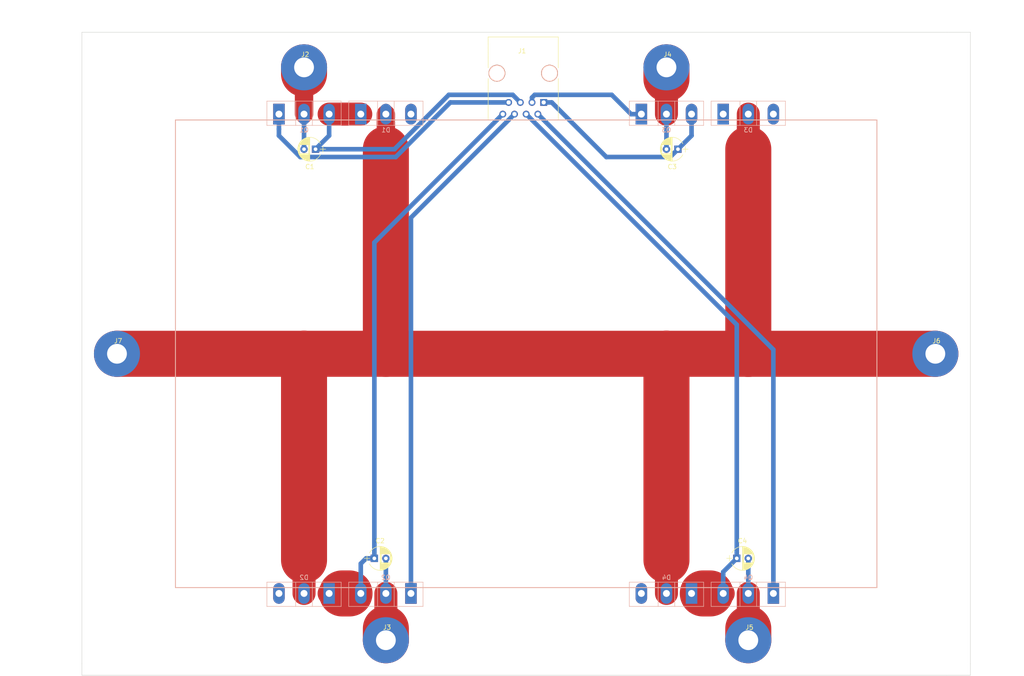
<source format=kicad_pcb>
(kicad_pcb (version 4) (host pcbnew 4.0.7)

  (general
    (links 29)
    (no_connects 0)
    (area 9.215716 13.81 236.45 160.180001)
    (thickness 1.6)
    (drawings 59)
    (tracks 76)
    (zones 0)
    (modules 23)
    (nets 14)
  )

  (page A4)
  (layers
    (0 F.Cu mixed)
    (31 B.Cu power hide)
    (32 B.Adhes user hide)
    (33 F.Adhes user hide)
    (34 B.Paste user hide)
    (35 F.Paste user hide)
    (36 B.SilkS user)
    (37 F.SilkS user)
    (38 B.Mask user)
    (39 F.Mask user hide)
    (40 Dwgs.User user)
    (41 Cmts.User user hide)
    (42 Eco1.User user hide)
    (43 Eco2.User user hide)
    (44 Edge.Cuts user)
    (45 Margin user hide)
    (46 B.CrtYd user)
    (47 F.CrtYd user)
    (48 B.Fab user hide)
    (49 F.Fab user hide)
  )

  (setup
    (last_trace_width 1)
    (trace_clearance 1.5)
    (zone_clearance 0.508)
    (zone_45_only no)
    (trace_min 0.2)
    (segment_width 0.2)
    (edge_width 0.1)
    (via_size 1.5)
    (via_drill 1)
    (via_min_size 0.4)
    (via_min_drill 0.3)
    (uvia_size 1)
    (uvia_drill 0.5)
    (uvias_allowed no)
    (uvia_min_size 0.2)
    (uvia_min_drill 0.1)
    (pcb_text_width 0.3)
    (pcb_text_size 1.5 1.5)
    (mod_edge_width 0.15)
    (mod_text_size 1 1)
    (mod_text_width 0.15)
    (pad_size 1.5 1.5)
    (pad_drill 0.6)
    (pad_to_mask_clearance 0)
    (aux_axis_origin 0 0)
    (visible_elements 7FFFEFFF)
    (pcbplotparams
      (layerselection 0x000f0_80000001)
      (usegerberextensions false)
      (excludeedgelayer true)
      (linewidth 0.100000)
      (plotframeref false)
      (viasonmask false)
      (mode 1)
      (useauxorigin false)
      (hpglpennumber 1)
      (hpglpenspeed 20)
      (hpglpendiameter 15)
      (hpglpenoverlay 2)
      (psnegative false)
      (psa4output false)
      (plotreference true)
      (plotvalue true)
      (plotinvisibletext false)
      (padsonsilk false)
      (subtractmaskfromsilk false)
      (outputformat 1)
      (mirror false)
      (drillshape 0)
      (scaleselection 1)
      (outputdirectory ""))
  )

  (net 0 "")
  (net 1 GND_ISO_1)
  (net 2 "Net-(C1-Pad2)")
  (net 3 GND_ISO_2)
  (net 4 "Net-(C2-Pad2)")
  (net 5 GND_ISO_3)
  (net 6 "Net-(C3-Pad2)")
  (net 7 GND_ISO_4)
  (net 8 "Net-(C4-Pad2)")
  (net 9 "/SinglePowerSwitch 1/PWR_OUT")
  (net 10 DRV_GATE_1)
  (net 11 DRV_GATE_2)
  (net 12 DRV_GATE_3)
  (net 13 DRV_GATE_4)

  (net_class Default "This is the default net class."
    (clearance 1.5)
    (trace_width 1)
    (via_dia 1.5)
    (via_drill 1)
    (uvia_dia 1)
    (uvia_drill 0.5)
    (add_net "/SinglePowerSwitch 1/PWR_OUT")
    (add_net DRV_GATE_1)
    (add_net DRV_GATE_2)
    (add_net DRV_GATE_3)
    (add_net DRV_GATE_4)
    (add_net GND_ISO_1)
    (add_net GND_ISO_2)
    (add_net GND_ISO_3)
    (add_net GND_ISO_4)
    (add_net "Net-(C1-Pad2)")
    (add_net "Net-(C2-Pad2)")
    (add_net "Net-(C3-Pad2)")
    (add_net "Net-(C4-Pad2)")
  )

  (module PartsLibraries:RJ45 (layer F.Cu) (tedit 59511D7C) (tstamp 59AF0929)
    (at 128.27 35.56 180)
    (tags RJ45)
    (path /59AED755)
    (fp_text reference J1 (at 4.7 11.18 180) (layer F.SilkS)
      (effects (font (size 1 1) (thickness 0.15)))
    )
    (fp_text value RJ45 (at 4.59 6.25 180) (layer F.Fab)
      (effects (font (size 1 1) (thickness 0.15)))
    )
    (fp_line (start -3.17 14.22) (end 12.07 14.22) (layer F.SilkS) (width 0.12))
    (fp_line (start 12.07 -3.81) (end 12.06 5.18) (layer F.SilkS) (width 0.12))
    (fp_line (start 12.07 -3.81) (end -3.17 -3.81) (layer F.SilkS) (width 0.12))
    (fp_line (start -3.17 -3.81) (end -3.17 5.19) (layer F.SilkS) (width 0.12))
    (fp_line (start 12.06 7.52) (end 12.07 14.22) (layer F.SilkS) (width 0.12))
    (fp_line (start -3.17 7.51) (end -3.17 14.22) (layer F.SilkS) (width 0.12))
    (fp_line (start -3.56 -4.06) (end 12.46 -4.06) (layer F.CrtYd) (width 0.05))
    (fp_line (start -3.56 -4.06) (end -3.56 14.47) (layer F.CrtYd) (width 0.05))
    (fp_line (start 12.46 14.47) (end 12.46 -4.06) (layer F.CrtYd) (width 0.05))
    (fp_line (start 12.46 14.47) (end -3.56 14.47) (layer F.CrtYd) (width 0.05))
    (pad "" np_thru_hole circle (at 10.16 6.35 180) (size 3.65 3.65) (drill 3.25) (layers *.Cu *.SilkS *.Mask))
    (pad "" np_thru_hole circle (at -1.27 6.35 180) (size 3.65 3.65) (drill 3.25) (layers *.Cu *.SilkS *.Mask))
    (pad 1 thru_hole rect (at 0 0 180) (size 1.5 1.5) (drill 0.9) (layers *.Cu *.Mask)
      (net 5 GND_ISO_3))
    (pad 2 thru_hole circle (at 1.27 -2.54 180) (size 1.5 1.5) (drill 0.9) (layers *.Cu *.Mask)
      (net 13 DRV_GATE_4))
    (pad 3 thru_hole circle (at 2.54 0 180) (size 1.5 1.5) (drill 0.9) (layers *.Cu *.Mask)
      (net 12 DRV_GATE_3))
    (pad 4 thru_hole circle (at 3.81 -2.54 180) (size 1.5 1.5) (drill 0.9) (layers *.Cu *.Mask)
      (net 7 GND_ISO_4))
    (pad 5 thru_hole circle (at 5.08 0 180) (size 1.5 1.5) (drill 0.9) (layers *.Cu *.Mask)
      (net 1 GND_ISO_1))
    (pad 6 thru_hole circle (at 6.35 -2.54 180) (size 1.5 1.5) (drill 0.9) (layers *.Cu *.Mask)
      (net 11 DRV_GATE_2))
    (pad 7 thru_hole circle (at 7.62 0 180) (size 1.5 1.5) (drill 0.9) (layers *.Cu *.Mask)
      (net 10 DRV_GATE_1))
    (pad 8 thru_hole circle (at 8.89 -2.54 180) (size 1.5 1.5) (drill 0.9) (layers *.Cu *.Mask)
      (net 3 GND_ISO_2))
    (model ../../../../../../Development/multilevelinverter/Hardware/3D/RJ45.wrl
      (at (xyz 0.175 -0.667 0.3))
      (scale (xyz 10 10 10))
      (rotate (xyz 270 0 0))
    )
  )

  (module Mounting_Holes:MountingHole_4.3mm_M4 (layer F.Cu) (tedit 5A27F7A2) (tstamp 5A172C6E)
    (at 182.88 127)
    (descr "Mounting Hole 4.3mm, no annular, M4")
    (tags "mounting hole 4.3mm no annular m4")
    (attr virtual)
    (fp_text reference "" (at 0 -5.3) (layer F.SilkS)
      (effects (font (size 1 1) (thickness 0.15)))
    )
    (fp_text value MountingHole_4.3mm_M4 (at 0 5.3) (layer F.Fab)
      (effects (font (size 1 1) (thickness 0.15)))
    )
    (fp_text user %R (at 0.3 0) (layer F.Fab)
      (effects (font (size 1 1) (thickness 0.15)))
    )
    (fp_circle (center 0 0) (end 4.3 0) (layer Cmts.User) (width 0.15))
    (fp_circle (center 0 0) (end 4.55 0) (layer F.CrtYd) (width 0.05))
    (pad 1 np_thru_hole circle (at 0 0) (size 4.3 4.3) (drill 4.3) (layers *.Cu *.Mask))
  )

  (module Mounting_Holes:MountingHole_4.3mm_M4 (layer F.Cu) (tedit 5A27F79F) (tstamp 5A172C67)
    (at 67.31 128.27)
    (descr "Mounting Hole 4.3mm, no annular, M4")
    (tags "mounting hole 4.3mm no annular m4")
    (attr virtual)
    (fp_text reference "" (at 0 -5.3) (layer F.SilkS)
      (effects (font (size 1 1) (thickness 0.15)))
    )
    (fp_text value MountingHole_4.3mm_M4 (at 0 5.3) (layer F.Fab)
      (effects (font (size 1 1) (thickness 0.15)))
    )
    (fp_text user %R (at 0.3 0) (layer F.Fab)
      (effects (font (size 1 1) (thickness 0.15)))
    )
    (fp_circle (center 0 0) (end 4.3 0) (layer Cmts.User) (width 0.15))
    (fp_circle (center 0 0) (end 4.55 0) (layer F.CrtYd) (width 0.05))
    (pad 1 np_thru_hole circle (at 0 0) (size 4.3 4.3) (drill 4.3) (layers *.Cu *.Mask))
  )

  (module Mounting_Holes:MountingHole_4.3mm_M4 (layer F.Cu) (tedit 5A27F798) (tstamp 5A172C60)
    (at 182.88 58.42)
    (descr "Mounting Hole 4.3mm, no annular, M4")
    (tags "mounting hole 4.3mm no annular m4")
    (attr virtual)
    (fp_text reference "" (at 0 -5.3) (layer F.SilkS)
      (effects (font (size 1 1) (thickness 0.15)))
    )
    (fp_text value MountingHole_4.3mm_M4 (at 0 5.3) (layer F.Fab)
      (effects (font (size 1 1) (thickness 0.15)))
    )
    (fp_text user %R (at 0.3 0) (layer F.Fab)
      (effects (font (size 1 1) (thickness 0.15)))
    )
    (fp_circle (center 0 0) (end 4.3 0) (layer Cmts.User) (width 0.15))
    (fp_circle (center 0 0) (end 4.55 0) (layer F.CrtYd) (width 0.05))
    (pad 1 np_thru_hole circle (at 0 0) (size 4.3 4.3) (drill 4.3) (layers *.Cu *.Mask))
  )

  (module PartsLibraries:CP_Radial_D5.0mm_P2.50mm (layer F.Cu) (tedit 597BC7C2) (tstamp 59AF0722)
    (at 78.7 45.72 180)
    (descr "CP, Radial series, Radial, pin pitch=2.50mm, , diameter=5mm, Electrolytic Capacitor")
    (tags "CP Radial series Radial pin pitch 2.50mm  diameter 5mm Electrolytic Capacitor")
    (path /59AEDD49/59AEE01D)
    (fp_text reference C1 (at 1.25 -3.81 180) (layer F.SilkS)
      (effects (font (size 1 1) (thickness 0.15)))
    )
    (fp_text value C (at 1.25 3.81 180) (layer F.Fab)
      (effects (font (size 1 1) (thickness 0.15)))
    )
    (fp_arc (start 1.25 0) (end -1.05558 -1.18) (angle 125.8) (layer F.SilkS) (width 0.12))
    (fp_arc (start 1.25 0) (end -1.05558 1.18) (angle -125.8) (layer F.SilkS) (width 0.12))
    (fp_arc (start 1.25 0) (end 3.55558 -1.18) (angle 54.2) (layer F.SilkS) (width 0.12))
    (fp_circle (center 1.25 0) (end 3.75 0) (layer F.Fab) (width 0.1))
    (fp_line (start -2.2 0) (end -1 0) (layer F.Fab) (width 0.1))
    (fp_line (start -1.6 -0.65) (end -1.6 0.65) (layer F.Fab) (width 0.1))
    (fp_line (start 1.25 -2.55) (end 1.25 2.55) (layer F.SilkS) (width 0.12))
    (fp_line (start 1.29 -2.55) (end 1.29 2.55) (layer F.SilkS) (width 0.12))
    (fp_line (start 1.33 -2.549) (end 1.33 2.549) (layer F.SilkS) (width 0.12))
    (fp_line (start 1.37 -2.548) (end 1.37 2.548) (layer F.SilkS) (width 0.12))
    (fp_line (start 1.41 -2.546) (end 1.41 2.546) (layer F.SilkS) (width 0.12))
    (fp_line (start 1.45 -2.543) (end 1.45 2.543) (layer F.SilkS) (width 0.12))
    (fp_line (start 1.49 -2.539) (end 1.49 2.539) (layer F.SilkS) (width 0.12))
    (fp_line (start 1.53 -2.535) (end 1.53 -0.98) (layer F.SilkS) (width 0.12))
    (fp_line (start 1.53 0.98) (end 1.53 2.535) (layer F.SilkS) (width 0.12))
    (fp_line (start 1.57 -2.531) (end 1.57 -0.98) (layer F.SilkS) (width 0.12))
    (fp_line (start 1.57 0.98) (end 1.57 2.531) (layer F.SilkS) (width 0.12))
    (fp_line (start 1.61 -2.525) (end 1.61 -0.98) (layer F.SilkS) (width 0.12))
    (fp_line (start 1.61 0.98) (end 1.61 2.525) (layer F.SilkS) (width 0.12))
    (fp_line (start 1.65 -2.519) (end 1.65 -0.98) (layer F.SilkS) (width 0.12))
    (fp_line (start 1.65 0.98) (end 1.65 2.519) (layer F.SilkS) (width 0.12))
    (fp_line (start 1.69 -2.513) (end 1.69 -0.98) (layer F.SilkS) (width 0.12))
    (fp_line (start 1.69 0.98) (end 1.69 2.513) (layer F.SilkS) (width 0.12))
    (fp_line (start 1.73 -2.506) (end 1.73 -0.98) (layer F.SilkS) (width 0.12))
    (fp_line (start 1.73 0.98) (end 1.73 2.506) (layer F.SilkS) (width 0.12))
    (fp_line (start 1.77 -2.498) (end 1.77 -0.98) (layer F.SilkS) (width 0.12))
    (fp_line (start 1.77 0.98) (end 1.77 2.498) (layer F.SilkS) (width 0.12))
    (fp_line (start 1.81 -2.489) (end 1.81 -0.98) (layer F.SilkS) (width 0.12))
    (fp_line (start 1.81 0.98) (end 1.81 2.489) (layer F.SilkS) (width 0.12))
    (fp_line (start 1.85 -2.48) (end 1.85 -0.98) (layer F.SilkS) (width 0.12))
    (fp_line (start 1.85 0.98) (end 1.85 2.48) (layer F.SilkS) (width 0.12))
    (fp_line (start 1.89 -2.47) (end 1.89 -0.98) (layer F.SilkS) (width 0.12))
    (fp_line (start 1.89 0.98) (end 1.89 2.47) (layer F.SilkS) (width 0.12))
    (fp_line (start 1.93 -2.46) (end 1.93 -0.98) (layer F.SilkS) (width 0.12))
    (fp_line (start 1.93 0.98) (end 1.93 2.46) (layer F.SilkS) (width 0.12))
    (fp_line (start 1.971 -2.448) (end 1.971 -0.98) (layer F.SilkS) (width 0.12))
    (fp_line (start 1.971 0.98) (end 1.971 2.448) (layer F.SilkS) (width 0.12))
    (fp_line (start 2.011 -2.436) (end 2.011 -0.98) (layer F.SilkS) (width 0.12))
    (fp_line (start 2.011 0.98) (end 2.011 2.436) (layer F.SilkS) (width 0.12))
    (fp_line (start 2.051 -2.424) (end 2.051 -0.98) (layer F.SilkS) (width 0.12))
    (fp_line (start 2.051 0.98) (end 2.051 2.424) (layer F.SilkS) (width 0.12))
    (fp_line (start 2.091 -2.41) (end 2.091 -0.98) (layer F.SilkS) (width 0.12))
    (fp_line (start 2.091 0.98) (end 2.091 2.41) (layer F.SilkS) (width 0.12))
    (fp_line (start 2.131 -2.396) (end 2.131 -0.98) (layer F.SilkS) (width 0.12))
    (fp_line (start 2.131 0.98) (end 2.131 2.396) (layer F.SilkS) (width 0.12))
    (fp_line (start 2.171 -2.382) (end 2.171 -0.98) (layer F.SilkS) (width 0.12))
    (fp_line (start 2.171 0.98) (end 2.171 2.382) (layer F.SilkS) (width 0.12))
    (fp_line (start 2.211 -2.366) (end 2.211 -0.98) (layer F.SilkS) (width 0.12))
    (fp_line (start 2.211 0.98) (end 2.211 2.366) (layer F.SilkS) (width 0.12))
    (fp_line (start 2.251 -2.35) (end 2.251 -0.98) (layer F.SilkS) (width 0.12))
    (fp_line (start 2.251 0.98) (end 2.251 2.35) (layer F.SilkS) (width 0.12))
    (fp_line (start 2.291 -2.333) (end 2.291 -0.98) (layer F.SilkS) (width 0.12))
    (fp_line (start 2.291 0.98) (end 2.291 2.333) (layer F.SilkS) (width 0.12))
    (fp_line (start 2.331 -2.315) (end 2.331 -0.98) (layer F.SilkS) (width 0.12))
    (fp_line (start 2.331 0.98) (end 2.331 2.315) (layer F.SilkS) (width 0.12))
    (fp_line (start 2.371 -2.296) (end 2.371 -0.98) (layer F.SilkS) (width 0.12))
    (fp_line (start 2.371 0.98) (end 2.371 2.296) (layer F.SilkS) (width 0.12))
    (fp_line (start 2.411 -2.276) (end 2.411 -0.98) (layer F.SilkS) (width 0.12))
    (fp_line (start 2.411 0.98) (end 2.411 2.276) (layer F.SilkS) (width 0.12))
    (fp_line (start 2.451 -2.256) (end 2.451 -0.98) (layer F.SilkS) (width 0.12))
    (fp_line (start 2.451 0.98) (end 2.451 2.256) (layer F.SilkS) (width 0.12))
    (fp_line (start 2.491 -2.234) (end 2.491 -0.98) (layer F.SilkS) (width 0.12))
    (fp_line (start 2.491 0.98) (end 2.491 2.234) (layer F.SilkS) (width 0.12))
    (fp_line (start 2.531 -2.212) (end 2.531 -0.98) (layer F.SilkS) (width 0.12))
    (fp_line (start 2.531 0.98) (end 2.531 2.212) (layer F.SilkS) (width 0.12))
    (fp_line (start 2.571 -2.189) (end 2.571 -0.98) (layer F.SilkS) (width 0.12))
    (fp_line (start 2.571 0.98) (end 2.571 2.189) (layer F.SilkS) (width 0.12))
    (fp_line (start 2.611 -2.165) (end 2.611 -0.98) (layer F.SilkS) (width 0.12))
    (fp_line (start 2.611 0.98) (end 2.611 2.165) (layer F.SilkS) (width 0.12))
    (fp_line (start 2.651 -2.14) (end 2.651 -0.98) (layer F.SilkS) (width 0.12))
    (fp_line (start 2.651 0.98) (end 2.651 2.14) (layer F.SilkS) (width 0.12))
    (fp_line (start 2.691 -2.113) (end 2.691 -0.98) (layer F.SilkS) (width 0.12))
    (fp_line (start 2.691 0.98) (end 2.691 2.113) (layer F.SilkS) (width 0.12))
    (fp_line (start 2.731 -2.086) (end 2.731 -0.98) (layer F.SilkS) (width 0.12))
    (fp_line (start 2.731 0.98) (end 2.731 2.086) (layer F.SilkS) (width 0.12))
    (fp_line (start 2.771 -2.058) (end 2.771 -0.98) (layer F.SilkS) (width 0.12))
    (fp_line (start 2.771 0.98) (end 2.771 2.058) (layer F.SilkS) (width 0.12))
    (fp_line (start 2.811 -2.028) (end 2.811 -0.98) (layer F.SilkS) (width 0.12))
    (fp_line (start 2.811 0.98) (end 2.811 2.028) (layer F.SilkS) (width 0.12))
    (fp_line (start 2.851 -1.997) (end 2.851 -0.98) (layer F.SilkS) (width 0.12))
    (fp_line (start 2.851 0.98) (end 2.851 1.997) (layer F.SilkS) (width 0.12))
    (fp_line (start 2.891 -1.965) (end 2.891 -0.98) (layer F.SilkS) (width 0.12))
    (fp_line (start 2.891 0.98) (end 2.891 1.965) (layer F.SilkS) (width 0.12))
    (fp_line (start 2.931 -1.932) (end 2.931 -0.98) (layer F.SilkS) (width 0.12))
    (fp_line (start 2.931 0.98) (end 2.931 1.932) (layer F.SilkS) (width 0.12))
    (fp_line (start 2.971 -1.897) (end 2.971 -0.98) (layer F.SilkS) (width 0.12))
    (fp_line (start 2.971 0.98) (end 2.971 1.897) (layer F.SilkS) (width 0.12))
    (fp_line (start 3.011 -1.861) (end 3.011 -0.98) (layer F.SilkS) (width 0.12))
    (fp_line (start 3.011 0.98) (end 3.011 1.861) (layer F.SilkS) (width 0.12))
    (fp_line (start 3.051 -1.823) (end 3.051 -0.98) (layer F.SilkS) (width 0.12))
    (fp_line (start 3.051 0.98) (end 3.051 1.823) (layer F.SilkS) (width 0.12))
    (fp_line (start 3.091 -1.783) (end 3.091 -0.98) (layer F.SilkS) (width 0.12))
    (fp_line (start 3.091 0.98) (end 3.091 1.783) (layer F.SilkS) (width 0.12))
    (fp_line (start 3.131 -1.742) (end 3.131 -0.98) (layer F.SilkS) (width 0.12))
    (fp_line (start 3.131 0.98) (end 3.131 1.742) (layer F.SilkS) (width 0.12))
    (fp_line (start 3.171 -1.699) (end 3.171 -0.98) (layer F.SilkS) (width 0.12))
    (fp_line (start 3.171 0.98) (end 3.171 1.699) (layer F.SilkS) (width 0.12))
    (fp_line (start 3.211 -1.654) (end 3.211 -0.98) (layer F.SilkS) (width 0.12))
    (fp_line (start 3.211 0.98) (end 3.211 1.654) (layer F.SilkS) (width 0.12))
    (fp_line (start 3.251 -1.606) (end 3.251 -0.98) (layer F.SilkS) (width 0.12))
    (fp_line (start 3.251 0.98) (end 3.251 1.606) (layer F.SilkS) (width 0.12))
    (fp_line (start 3.291 -1.556) (end 3.291 -0.98) (layer F.SilkS) (width 0.12))
    (fp_line (start 3.291 0.98) (end 3.291 1.556) (layer F.SilkS) (width 0.12))
    (fp_line (start 3.331 -1.504) (end 3.331 -0.98) (layer F.SilkS) (width 0.12))
    (fp_line (start 3.331 0.98) (end 3.331 1.504) (layer F.SilkS) (width 0.12))
    (fp_line (start 3.371 -1.448) (end 3.371 -0.98) (layer F.SilkS) (width 0.12))
    (fp_line (start 3.371 0.98) (end 3.371 1.448) (layer F.SilkS) (width 0.12))
    (fp_line (start 3.411 -1.39) (end 3.411 -0.98) (layer F.SilkS) (width 0.12))
    (fp_line (start 3.411 0.98) (end 3.411 1.39) (layer F.SilkS) (width 0.12))
    (fp_line (start 3.451 -1.327) (end 3.451 -0.98) (layer F.SilkS) (width 0.12))
    (fp_line (start 3.451 0.98) (end 3.451 1.327) (layer F.SilkS) (width 0.12))
    (fp_line (start 3.491 -1.261) (end 3.491 1.261) (layer F.SilkS) (width 0.12))
    (fp_line (start 3.531 -1.189) (end 3.531 1.189) (layer F.SilkS) (width 0.12))
    (fp_line (start 3.571 -1.112) (end 3.571 1.112) (layer F.SilkS) (width 0.12))
    (fp_line (start 3.611 -1.028) (end 3.611 1.028) (layer F.SilkS) (width 0.12))
    (fp_line (start 3.651 -0.934) (end 3.651 0.934) (layer F.SilkS) (width 0.12))
    (fp_line (start 3.691 -0.829) (end 3.691 0.829) (layer F.SilkS) (width 0.12))
    (fp_line (start 3.731 -0.707) (end 3.731 0.707) (layer F.SilkS) (width 0.12))
    (fp_line (start 3.771 -0.559) (end 3.771 0.559) (layer F.SilkS) (width 0.12))
    (fp_line (start 3.811 -0.354) (end 3.811 0.354) (layer F.SilkS) (width 0.12))
    (fp_line (start -2.2 0) (end -1 0) (layer F.SilkS) (width 0.12))
    (fp_line (start -1.6 -0.65) (end -1.6 0.65) (layer F.SilkS) (width 0.12))
    (fp_line (start -1.6 -2.85) (end -1.6 2.85) (layer F.CrtYd) (width 0.05))
    (fp_line (start -1.6 2.85) (end 4.1 2.85) (layer F.CrtYd) (width 0.05))
    (fp_line (start 4.1 2.85) (end 4.1 -2.85) (layer F.CrtYd) (width 0.05))
    (fp_line (start 4.1 -2.85) (end -1.6 -2.85) (layer F.CrtYd) (width 0.05))
    (fp_text user %R (at 1.25 0 180) (layer F.Fab)
      (effects (font (size 1 1) (thickness 0.15)))
    )
    (pad 1 thru_hole rect (at 0 0 180) (size 1.6 1.6) (drill 0.8) (layers *.Cu *.Mask)
      (net 1 GND_ISO_1))
    (pad 2 thru_hole circle (at 2.5 0 180) (size 1.6 1.6) (drill 0.8) (layers *.Cu *.Mask)
      (net 2 "Net-(C1-Pad2)"))
    (model ${KISYS3DMOD}/Capacitors_THT.3dshapes/CP_Radial_D5.0mm_P2.50mm.wrl
      (at (xyz 0 0 0))
      (scale (xyz 1 1 1))
      (rotate (xyz 0 0 0))
    )
  )

  (module PartsLibraries:CP_Radial_D5.0mm_P2.50mm (layer F.Cu) (tedit 597BC7C2) (tstamp 59AF07A7)
    (at 91.48 134.62)
    (descr "CP, Radial series, Radial, pin pitch=2.50mm, , diameter=5mm, Electrolytic Capacitor")
    (tags "CP Radial series Radial pin pitch 2.50mm  diameter 5mm Electrolytic Capacitor")
    (path /59AEEDCB/59AEE01D)
    (fp_text reference C2 (at 1.25 -3.81) (layer F.SilkS)
      (effects (font (size 1 1) (thickness 0.15)))
    )
    (fp_text value C (at 1.25 3.81) (layer F.Fab)
      (effects (font (size 1 1) (thickness 0.15)))
    )
    (fp_arc (start 1.25 0) (end -1.05558 -1.18) (angle 125.8) (layer F.SilkS) (width 0.12))
    (fp_arc (start 1.25 0) (end -1.05558 1.18) (angle -125.8) (layer F.SilkS) (width 0.12))
    (fp_arc (start 1.25 0) (end 3.55558 -1.18) (angle 54.2) (layer F.SilkS) (width 0.12))
    (fp_circle (center 1.25 0) (end 3.75 0) (layer F.Fab) (width 0.1))
    (fp_line (start -2.2 0) (end -1 0) (layer F.Fab) (width 0.1))
    (fp_line (start -1.6 -0.65) (end -1.6 0.65) (layer F.Fab) (width 0.1))
    (fp_line (start 1.25 -2.55) (end 1.25 2.55) (layer F.SilkS) (width 0.12))
    (fp_line (start 1.29 -2.55) (end 1.29 2.55) (layer F.SilkS) (width 0.12))
    (fp_line (start 1.33 -2.549) (end 1.33 2.549) (layer F.SilkS) (width 0.12))
    (fp_line (start 1.37 -2.548) (end 1.37 2.548) (layer F.SilkS) (width 0.12))
    (fp_line (start 1.41 -2.546) (end 1.41 2.546) (layer F.SilkS) (width 0.12))
    (fp_line (start 1.45 -2.543) (end 1.45 2.543) (layer F.SilkS) (width 0.12))
    (fp_line (start 1.49 -2.539) (end 1.49 2.539) (layer F.SilkS) (width 0.12))
    (fp_line (start 1.53 -2.535) (end 1.53 -0.98) (layer F.SilkS) (width 0.12))
    (fp_line (start 1.53 0.98) (end 1.53 2.535) (layer F.SilkS) (width 0.12))
    (fp_line (start 1.57 -2.531) (end 1.57 -0.98) (layer F.SilkS) (width 0.12))
    (fp_line (start 1.57 0.98) (end 1.57 2.531) (layer F.SilkS) (width 0.12))
    (fp_line (start 1.61 -2.525) (end 1.61 -0.98) (layer F.SilkS) (width 0.12))
    (fp_line (start 1.61 0.98) (end 1.61 2.525) (layer F.SilkS) (width 0.12))
    (fp_line (start 1.65 -2.519) (end 1.65 -0.98) (layer F.SilkS) (width 0.12))
    (fp_line (start 1.65 0.98) (end 1.65 2.519) (layer F.SilkS) (width 0.12))
    (fp_line (start 1.69 -2.513) (end 1.69 -0.98) (layer F.SilkS) (width 0.12))
    (fp_line (start 1.69 0.98) (end 1.69 2.513) (layer F.SilkS) (width 0.12))
    (fp_line (start 1.73 -2.506) (end 1.73 -0.98) (layer F.SilkS) (width 0.12))
    (fp_line (start 1.73 0.98) (end 1.73 2.506) (layer F.SilkS) (width 0.12))
    (fp_line (start 1.77 -2.498) (end 1.77 -0.98) (layer F.SilkS) (width 0.12))
    (fp_line (start 1.77 0.98) (end 1.77 2.498) (layer F.SilkS) (width 0.12))
    (fp_line (start 1.81 -2.489) (end 1.81 -0.98) (layer F.SilkS) (width 0.12))
    (fp_line (start 1.81 0.98) (end 1.81 2.489) (layer F.SilkS) (width 0.12))
    (fp_line (start 1.85 -2.48) (end 1.85 -0.98) (layer F.SilkS) (width 0.12))
    (fp_line (start 1.85 0.98) (end 1.85 2.48) (layer F.SilkS) (width 0.12))
    (fp_line (start 1.89 -2.47) (end 1.89 -0.98) (layer F.SilkS) (width 0.12))
    (fp_line (start 1.89 0.98) (end 1.89 2.47) (layer F.SilkS) (width 0.12))
    (fp_line (start 1.93 -2.46) (end 1.93 -0.98) (layer F.SilkS) (width 0.12))
    (fp_line (start 1.93 0.98) (end 1.93 2.46) (layer F.SilkS) (width 0.12))
    (fp_line (start 1.971 -2.448) (end 1.971 -0.98) (layer F.SilkS) (width 0.12))
    (fp_line (start 1.971 0.98) (end 1.971 2.448) (layer F.SilkS) (width 0.12))
    (fp_line (start 2.011 -2.436) (end 2.011 -0.98) (layer F.SilkS) (width 0.12))
    (fp_line (start 2.011 0.98) (end 2.011 2.436) (layer F.SilkS) (width 0.12))
    (fp_line (start 2.051 -2.424) (end 2.051 -0.98) (layer F.SilkS) (width 0.12))
    (fp_line (start 2.051 0.98) (end 2.051 2.424) (layer F.SilkS) (width 0.12))
    (fp_line (start 2.091 -2.41) (end 2.091 -0.98) (layer F.SilkS) (width 0.12))
    (fp_line (start 2.091 0.98) (end 2.091 2.41) (layer F.SilkS) (width 0.12))
    (fp_line (start 2.131 -2.396) (end 2.131 -0.98) (layer F.SilkS) (width 0.12))
    (fp_line (start 2.131 0.98) (end 2.131 2.396) (layer F.SilkS) (width 0.12))
    (fp_line (start 2.171 -2.382) (end 2.171 -0.98) (layer F.SilkS) (width 0.12))
    (fp_line (start 2.171 0.98) (end 2.171 2.382) (layer F.SilkS) (width 0.12))
    (fp_line (start 2.211 -2.366) (end 2.211 -0.98) (layer F.SilkS) (width 0.12))
    (fp_line (start 2.211 0.98) (end 2.211 2.366) (layer F.SilkS) (width 0.12))
    (fp_line (start 2.251 -2.35) (end 2.251 -0.98) (layer F.SilkS) (width 0.12))
    (fp_line (start 2.251 0.98) (end 2.251 2.35) (layer F.SilkS) (width 0.12))
    (fp_line (start 2.291 -2.333) (end 2.291 -0.98) (layer F.SilkS) (width 0.12))
    (fp_line (start 2.291 0.98) (end 2.291 2.333) (layer F.SilkS) (width 0.12))
    (fp_line (start 2.331 -2.315) (end 2.331 -0.98) (layer F.SilkS) (width 0.12))
    (fp_line (start 2.331 0.98) (end 2.331 2.315) (layer F.SilkS) (width 0.12))
    (fp_line (start 2.371 -2.296) (end 2.371 -0.98) (layer F.SilkS) (width 0.12))
    (fp_line (start 2.371 0.98) (end 2.371 2.296) (layer F.SilkS) (width 0.12))
    (fp_line (start 2.411 -2.276) (end 2.411 -0.98) (layer F.SilkS) (width 0.12))
    (fp_line (start 2.411 0.98) (end 2.411 2.276) (layer F.SilkS) (width 0.12))
    (fp_line (start 2.451 -2.256) (end 2.451 -0.98) (layer F.SilkS) (width 0.12))
    (fp_line (start 2.451 0.98) (end 2.451 2.256) (layer F.SilkS) (width 0.12))
    (fp_line (start 2.491 -2.234) (end 2.491 -0.98) (layer F.SilkS) (width 0.12))
    (fp_line (start 2.491 0.98) (end 2.491 2.234) (layer F.SilkS) (width 0.12))
    (fp_line (start 2.531 -2.212) (end 2.531 -0.98) (layer F.SilkS) (width 0.12))
    (fp_line (start 2.531 0.98) (end 2.531 2.212) (layer F.SilkS) (width 0.12))
    (fp_line (start 2.571 -2.189) (end 2.571 -0.98) (layer F.SilkS) (width 0.12))
    (fp_line (start 2.571 0.98) (end 2.571 2.189) (layer F.SilkS) (width 0.12))
    (fp_line (start 2.611 -2.165) (end 2.611 -0.98) (layer F.SilkS) (width 0.12))
    (fp_line (start 2.611 0.98) (end 2.611 2.165) (layer F.SilkS) (width 0.12))
    (fp_line (start 2.651 -2.14) (end 2.651 -0.98) (layer F.SilkS) (width 0.12))
    (fp_line (start 2.651 0.98) (end 2.651 2.14) (layer F.SilkS) (width 0.12))
    (fp_line (start 2.691 -2.113) (end 2.691 -0.98) (layer F.SilkS) (width 0.12))
    (fp_line (start 2.691 0.98) (end 2.691 2.113) (layer F.SilkS) (width 0.12))
    (fp_line (start 2.731 -2.086) (end 2.731 -0.98) (layer F.SilkS) (width 0.12))
    (fp_line (start 2.731 0.98) (end 2.731 2.086) (layer F.SilkS) (width 0.12))
    (fp_line (start 2.771 -2.058) (end 2.771 -0.98) (layer F.SilkS) (width 0.12))
    (fp_line (start 2.771 0.98) (end 2.771 2.058) (layer F.SilkS) (width 0.12))
    (fp_line (start 2.811 -2.028) (end 2.811 -0.98) (layer F.SilkS) (width 0.12))
    (fp_line (start 2.811 0.98) (end 2.811 2.028) (layer F.SilkS) (width 0.12))
    (fp_line (start 2.851 -1.997) (end 2.851 -0.98) (layer F.SilkS) (width 0.12))
    (fp_line (start 2.851 0.98) (end 2.851 1.997) (layer F.SilkS) (width 0.12))
    (fp_line (start 2.891 -1.965) (end 2.891 -0.98) (layer F.SilkS) (width 0.12))
    (fp_line (start 2.891 0.98) (end 2.891 1.965) (layer F.SilkS) (width 0.12))
    (fp_line (start 2.931 -1.932) (end 2.931 -0.98) (layer F.SilkS) (width 0.12))
    (fp_line (start 2.931 0.98) (end 2.931 1.932) (layer F.SilkS) (width 0.12))
    (fp_line (start 2.971 -1.897) (end 2.971 -0.98) (layer F.SilkS) (width 0.12))
    (fp_line (start 2.971 0.98) (end 2.971 1.897) (layer F.SilkS) (width 0.12))
    (fp_line (start 3.011 -1.861) (end 3.011 -0.98) (layer F.SilkS) (width 0.12))
    (fp_line (start 3.011 0.98) (end 3.011 1.861) (layer F.SilkS) (width 0.12))
    (fp_line (start 3.051 -1.823) (end 3.051 -0.98) (layer F.SilkS) (width 0.12))
    (fp_line (start 3.051 0.98) (end 3.051 1.823) (layer F.SilkS) (width 0.12))
    (fp_line (start 3.091 -1.783) (end 3.091 -0.98) (layer F.SilkS) (width 0.12))
    (fp_line (start 3.091 0.98) (end 3.091 1.783) (layer F.SilkS) (width 0.12))
    (fp_line (start 3.131 -1.742) (end 3.131 -0.98) (layer F.SilkS) (width 0.12))
    (fp_line (start 3.131 0.98) (end 3.131 1.742) (layer F.SilkS) (width 0.12))
    (fp_line (start 3.171 -1.699) (end 3.171 -0.98) (layer F.SilkS) (width 0.12))
    (fp_line (start 3.171 0.98) (end 3.171 1.699) (layer F.SilkS) (width 0.12))
    (fp_line (start 3.211 -1.654) (end 3.211 -0.98) (layer F.SilkS) (width 0.12))
    (fp_line (start 3.211 0.98) (end 3.211 1.654) (layer F.SilkS) (width 0.12))
    (fp_line (start 3.251 -1.606) (end 3.251 -0.98) (layer F.SilkS) (width 0.12))
    (fp_line (start 3.251 0.98) (end 3.251 1.606) (layer F.SilkS) (width 0.12))
    (fp_line (start 3.291 -1.556) (end 3.291 -0.98) (layer F.SilkS) (width 0.12))
    (fp_line (start 3.291 0.98) (end 3.291 1.556) (layer F.SilkS) (width 0.12))
    (fp_line (start 3.331 -1.504) (end 3.331 -0.98) (layer F.SilkS) (width 0.12))
    (fp_line (start 3.331 0.98) (end 3.331 1.504) (layer F.SilkS) (width 0.12))
    (fp_line (start 3.371 -1.448) (end 3.371 -0.98) (layer F.SilkS) (width 0.12))
    (fp_line (start 3.371 0.98) (end 3.371 1.448) (layer F.SilkS) (width 0.12))
    (fp_line (start 3.411 -1.39) (end 3.411 -0.98) (layer F.SilkS) (width 0.12))
    (fp_line (start 3.411 0.98) (end 3.411 1.39) (layer F.SilkS) (width 0.12))
    (fp_line (start 3.451 -1.327) (end 3.451 -0.98) (layer F.SilkS) (width 0.12))
    (fp_line (start 3.451 0.98) (end 3.451 1.327) (layer F.SilkS) (width 0.12))
    (fp_line (start 3.491 -1.261) (end 3.491 1.261) (layer F.SilkS) (width 0.12))
    (fp_line (start 3.531 -1.189) (end 3.531 1.189) (layer F.SilkS) (width 0.12))
    (fp_line (start 3.571 -1.112) (end 3.571 1.112) (layer F.SilkS) (width 0.12))
    (fp_line (start 3.611 -1.028) (end 3.611 1.028) (layer F.SilkS) (width 0.12))
    (fp_line (start 3.651 -0.934) (end 3.651 0.934) (layer F.SilkS) (width 0.12))
    (fp_line (start 3.691 -0.829) (end 3.691 0.829) (layer F.SilkS) (width 0.12))
    (fp_line (start 3.731 -0.707) (end 3.731 0.707) (layer F.SilkS) (width 0.12))
    (fp_line (start 3.771 -0.559) (end 3.771 0.559) (layer F.SilkS) (width 0.12))
    (fp_line (start 3.811 -0.354) (end 3.811 0.354) (layer F.SilkS) (width 0.12))
    (fp_line (start -2.2 0) (end -1 0) (layer F.SilkS) (width 0.12))
    (fp_line (start -1.6 -0.65) (end -1.6 0.65) (layer F.SilkS) (width 0.12))
    (fp_line (start -1.6 -2.85) (end -1.6 2.85) (layer F.CrtYd) (width 0.05))
    (fp_line (start -1.6 2.85) (end 4.1 2.85) (layer F.CrtYd) (width 0.05))
    (fp_line (start 4.1 2.85) (end 4.1 -2.85) (layer F.CrtYd) (width 0.05))
    (fp_line (start 4.1 -2.85) (end -1.6 -2.85) (layer F.CrtYd) (width 0.05))
    (fp_text user %R (at 1.25 0) (layer F.Fab)
      (effects (font (size 1 1) (thickness 0.15)))
    )
    (pad 1 thru_hole rect (at 0 0) (size 1.6 1.6) (drill 0.8) (layers *.Cu *.Mask)
      (net 3 GND_ISO_2))
    (pad 2 thru_hole circle (at 2.5 0) (size 1.6 1.6) (drill 0.8) (layers *.Cu *.Mask)
      (net 4 "Net-(C2-Pad2)"))
    (model ${KISYS3DMOD}/Capacitors_THT.3dshapes/CP_Radial_D5.0mm_P2.50mm.wrl
      (at (xyz 0 0 0))
      (scale (xyz 1 1 1))
      (rotate (xyz 0 0 0))
    )
  )

  (module PartsLibraries:CP_Radial_D5.0mm_P2.50mm (layer F.Cu) (tedit 597BC7C2) (tstamp 59AF082C)
    (at 157.44 45.72 180)
    (descr "CP, Radial series, Radial, pin pitch=2.50mm, , diameter=5mm, Electrolytic Capacitor")
    (tags "CP Radial series Radial pin pitch 2.50mm  diameter 5mm Electrolytic Capacitor")
    (path /59AEEFC6/59AEE01D)
    (fp_text reference C3 (at 1.25 -3.81 180) (layer F.SilkS)
      (effects (font (size 1 1) (thickness 0.15)))
    )
    (fp_text value C (at 1.25 3.81 180) (layer F.Fab)
      (effects (font (size 1 1) (thickness 0.15)))
    )
    (fp_arc (start 1.25 0) (end -1.05558 -1.18) (angle 125.8) (layer F.SilkS) (width 0.12))
    (fp_arc (start 1.25 0) (end -1.05558 1.18) (angle -125.8) (layer F.SilkS) (width 0.12))
    (fp_arc (start 1.25 0) (end 3.55558 -1.18) (angle 54.2) (layer F.SilkS) (width 0.12))
    (fp_circle (center 1.25 0) (end 3.75 0) (layer F.Fab) (width 0.1))
    (fp_line (start -2.2 0) (end -1 0) (layer F.Fab) (width 0.1))
    (fp_line (start -1.6 -0.65) (end -1.6 0.65) (layer F.Fab) (width 0.1))
    (fp_line (start 1.25 -2.55) (end 1.25 2.55) (layer F.SilkS) (width 0.12))
    (fp_line (start 1.29 -2.55) (end 1.29 2.55) (layer F.SilkS) (width 0.12))
    (fp_line (start 1.33 -2.549) (end 1.33 2.549) (layer F.SilkS) (width 0.12))
    (fp_line (start 1.37 -2.548) (end 1.37 2.548) (layer F.SilkS) (width 0.12))
    (fp_line (start 1.41 -2.546) (end 1.41 2.546) (layer F.SilkS) (width 0.12))
    (fp_line (start 1.45 -2.543) (end 1.45 2.543) (layer F.SilkS) (width 0.12))
    (fp_line (start 1.49 -2.539) (end 1.49 2.539) (layer F.SilkS) (width 0.12))
    (fp_line (start 1.53 -2.535) (end 1.53 -0.98) (layer F.SilkS) (width 0.12))
    (fp_line (start 1.53 0.98) (end 1.53 2.535) (layer F.SilkS) (width 0.12))
    (fp_line (start 1.57 -2.531) (end 1.57 -0.98) (layer F.SilkS) (width 0.12))
    (fp_line (start 1.57 0.98) (end 1.57 2.531) (layer F.SilkS) (width 0.12))
    (fp_line (start 1.61 -2.525) (end 1.61 -0.98) (layer F.SilkS) (width 0.12))
    (fp_line (start 1.61 0.98) (end 1.61 2.525) (layer F.SilkS) (width 0.12))
    (fp_line (start 1.65 -2.519) (end 1.65 -0.98) (layer F.SilkS) (width 0.12))
    (fp_line (start 1.65 0.98) (end 1.65 2.519) (layer F.SilkS) (width 0.12))
    (fp_line (start 1.69 -2.513) (end 1.69 -0.98) (layer F.SilkS) (width 0.12))
    (fp_line (start 1.69 0.98) (end 1.69 2.513) (layer F.SilkS) (width 0.12))
    (fp_line (start 1.73 -2.506) (end 1.73 -0.98) (layer F.SilkS) (width 0.12))
    (fp_line (start 1.73 0.98) (end 1.73 2.506) (layer F.SilkS) (width 0.12))
    (fp_line (start 1.77 -2.498) (end 1.77 -0.98) (layer F.SilkS) (width 0.12))
    (fp_line (start 1.77 0.98) (end 1.77 2.498) (layer F.SilkS) (width 0.12))
    (fp_line (start 1.81 -2.489) (end 1.81 -0.98) (layer F.SilkS) (width 0.12))
    (fp_line (start 1.81 0.98) (end 1.81 2.489) (layer F.SilkS) (width 0.12))
    (fp_line (start 1.85 -2.48) (end 1.85 -0.98) (layer F.SilkS) (width 0.12))
    (fp_line (start 1.85 0.98) (end 1.85 2.48) (layer F.SilkS) (width 0.12))
    (fp_line (start 1.89 -2.47) (end 1.89 -0.98) (layer F.SilkS) (width 0.12))
    (fp_line (start 1.89 0.98) (end 1.89 2.47) (layer F.SilkS) (width 0.12))
    (fp_line (start 1.93 -2.46) (end 1.93 -0.98) (layer F.SilkS) (width 0.12))
    (fp_line (start 1.93 0.98) (end 1.93 2.46) (layer F.SilkS) (width 0.12))
    (fp_line (start 1.971 -2.448) (end 1.971 -0.98) (layer F.SilkS) (width 0.12))
    (fp_line (start 1.971 0.98) (end 1.971 2.448) (layer F.SilkS) (width 0.12))
    (fp_line (start 2.011 -2.436) (end 2.011 -0.98) (layer F.SilkS) (width 0.12))
    (fp_line (start 2.011 0.98) (end 2.011 2.436) (layer F.SilkS) (width 0.12))
    (fp_line (start 2.051 -2.424) (end 2.051 -0.98) (layer F.SilkS) (width 0.12))
    (fp_line (start 2.051 0.98) (end 2.051 2.424) (layer F.SilkS) (width 0.12))
    (fp_line (start 2.091 -2.41) (end 2.091 -0.98) (layer F.SilkS) (width 0.12))
    (fp_line (start 2.091 0.98) (end 2.091 2.41) (layer F.SilkS) (width 0.12))
    (fp_line (start 2.131 -2.396) (end 2.131 -0.98) (layer F.SilkS) (width 0.12))
    (fp_line (start 2.131 0.98) (end 2.131 2.396) (layer F.SilkS) (width 0.12))
    (fp_line (start 2.171 -2.382) (end 2.171 -0.98) (layer F.SilkS) (width 0.12))
    (fp_line (start 2.171 0.98) (end 2.171 2.382) (layer F.SilkS) (width 0.12))
    (fp_line (start 2.211 -2.366) (end 2.211 -0.98) (layer F.SilkS) (width 0.12))
    (fp_line (start 2.211 0.98) (end 2.211 2.366) (layer F.SilkS) (width 0.12))
    (fp_line (start 2.251 -2.35) (end 2.251 -0.98) (layer F.SilkS) (width 0.12))
    (fp_line (start 2.251 0.98) (end 2.251 2.35) (layer F.SilkS) (width 0.12))
    (fp_line (start 2.291 -2.333) (end 2.291 -0.98) (layer F.SilkS) (width 0.12))
    (fp_line (start 2.291 0.98) (end 2.291 2.333) (layer F.SilkS) (width 0.12))
    (fp_line (start 2.331 -2.315) (end 2.331 -0.98) (layer F.SilkS) (width 0.12))
    (fp_line (start 2.331 0.98) (end 2.331 2.315) (layer F.SilkS) (width 0.12))
    (fp_line (start 2.371 -2.296) (end 2.371 -0.98) (layer F.SilkS) (width 0.12))
    (fp_line (start 2.371 0.98) (end 2.371 2.296) (layer F.SilkS) (width 0.12))
    (fp_line (start 2.411 -2.276) (end 2.411 -0.98) (layer F.SilkS) (width 0.12))
    (fp_line (start 2.411 0.98) (end 2.411 2.276) (layer F.SilkS) (width 0.12))
    (fp_line (start 2.451 -2.256) (end 2.451 -0.98) (layer F.SilkS) (width 0.12))
    (fp_line (start 2.451 0.98) (end 2.451 2.256) (layer F.SilkS) (width 0.12))
    (fp_line (start 2.491 -2.234) (end 2.491 -0.98) (layer F.SilkS) (width 0.12))
    (fp_line (start 2.491 0.98) (end 2.491 2.234) (layer F.SilkS) (width 0.12))
    (fp_line (start 2.531 -2.212) (end 2.531 -0.98) (layer F.SilkS) (width 0.12))
    (fp_line (start 2.531 0.98) (end 2.531 2.212) (layer F.SilkS) (width 0.12))
    (fp_line (start 2.571 -2.189) (end 2.571 -0.98) (layer F.SilkS) (width 0.12))
    (fp_line (start 2.571 0.98) (end 2.571 2.189) (layer F.SilkS) (width 0.12))
    (fp_line (start 2.611 -2.165) (end 2.611 -0.98) (layer F.SilkS) (width 0.12))
    (fp_line (start 2.611 0.98) (end 2.611 2.165) (layer F.SilkS) (width 0.12))
    (fp_line (start 2.651 -2.14) (end 2.651 -0.98) (layer F.SilkS) (width 0.12))
    (fp_line (start 2.651 0.98) (end 2.651 2.14) (layer F.SilkS) (width 0.12))
    (fp_line (start 2.691 -2.113) (end 2.691 -0.98) (layer F.SilkS) (width 0.12))
    (fp_line (start 2.691 0.98) (end 2.691 2.113) (layer F.SilkS) (width 0.12))
    (fp_line (start 2.731 -2.086) (end 2.731 -0.98) (layer F.SilkS) (width 0.12))
    (fp_line (start 2.731 0.98) (end 2.731 2.086) (layer F.SilkS) (width 0.12))
    (fp_line (start 2.771 -2.058) (end 2.771 -0.98) (layer F.SilkS) (width 0.12))
    (fp_line (start 2.771 0.98) (end 2.771 2.058) (layer F.SilkS) (width 0.12))
    (fp_line (start 2.811 -2.028) (end 2.811 -0.98) (layer F.SilkS) (width 0.12))
    (fp_line (start 2.811 0.98) (end 2.811 2.028) (layer F.SilkS) (width 0.12))
    (fp_line (start 2.851 -1.997) (end 2.851 -0.98) (layer F.SilkS) (width 0.12))
    (fp_line (start 2.851 0.98) (end 2.851 1.997) (layer F.SilkS) (width 0.12))
    (fp_line (start 2.891 -1.965) (end 2.891 -0.98) (layer F.SilkS) (width 0.12))
    (fp_line (start 2.891 0.98) (end 2.891 1.965) (layer F.SilkS) (width 0.12))
    (fp_line (start 2.931 -1.932) (end 2.931 -0.98) (layer F.SilkS) (width 0.12))
    (fp_line (start 2.931 0.98) (end 2.931 1.932) (layer F.SilkS) (width 0.12))
    (fp_line (start 2.971 -1.897) (end 2.971 -0.98) (layer F.SilkS) (width 0.12))
    (fp_line (start 2.971 0.98) (end 2.971 1.897) (layer F.SilkS) (width 0.12))
    (fp_line (start 3.011 -1.861) (end 3.011 -0.98) (layer F.SilkS) (width 0.12))
    (fp_line (start 3.011 0.98) (end 3.011 1.861) (layer F.SilkS) (width 0.12))
    (fp_line (start 3.051 -1.823) (end 3.051 -0.98) (layer F.SilkS) (width 0.12))
    (fp_line (start 3.051 0.98) (end 3.051 1.823) (layer F.SilkS) (width 0.12))
    (fp_line (start 3.091 -1.783) (end 3.091 -0.98) (layer F.SilkS) (width 0.12))
    (fp_line (start 3.091 0.98) (end 3.091 1.783) (layer F.SilkS) (width 0.12))
    (fp_line (start 3.131 -1.742) (end 3.131 -0.98) (layer F.SilkS) (width 0.12))
    (fp_line (start 3.131 0.98) (end 3.131 1.742) (layer F.SilkS) (width 0.12))
    (fp_line (start 3.171 -1.699) (end 3.171 -0.98) (layer F.SilkS) (width 0.12))
    (fp_line (start 3.171 0.98) (end 3.171 1.699) (layer F.SilkS) (width 0.12))
    (fp_line (start 3.211 -1.654) (end 3.211 -0.98) (layer F.SilkS) (width 0.12))
    (fp_line (start 3.211 0.98) (end 3.211 1.654) (layer F.SilkS) (width 0.12))
    (fp_line (start 3.251 -1.606) (end 3.251 -0.98) (layer F.SilkS) (width 0.12))
    (fp_line (start 3.251 0.98) (end 3.251 1.606) (layer F.SilkS) (width 0.12))
    (fp_line (start 3.291 -1.556) (end 3.291 -0.98) (layer F.SilkS) (width 0.12))
    (fp_line (start 3.291 0.98) (end 3.291 1.556) (layer F.SilkS) (width 0.12))
    (fp_line (start 3.331 -1.504) (end 3.331 -0.98) (layer F.SilkS) (width 0.12))
    (fp_line (start 3.331 0.98) (end 3.331 1.504) (layer F.SilkS) (width 0.12))
    (fp_line (start 3.371 -1.448) (end 3.371 -0.98) (layer F.SilkS) (width 0.12))
    (fp_line (start 3.371 0.98) (end 3.371 1.448) (layer F.SilkS) (width 0.12))
    (fp_line (start 3.411 -1.39) (end 3.411 -0.98) (layer F.SilkS) (width 0.12))
    (fp_line (start 3.411 0.98) (end 3.411 1.39) (layer F.SilkS) (width 0.12))
    (fp_line (start 3.451 -1.327) (end 3.451 -0.98) (layer F.SilkS) (width 0.12))
    (fp_line (start 3.451 0.98) (end 3.451 1.327) (layer F.SilkS) (width 0.12))
    (fp_line (start 3.491 -1.261) (end 3.491 1.261) (layer F.SilkS) (width 0.12))
    (fp_line (start 3.531 -1.189) (end 3.531 1.189) (layer F.SilkS) (width 0.12))
    (fp_line (start 3.571 -1.112) (end 3.571 1.112) (layer F.SilkS) (width 0.12))
    (fp_line (start 3.611 -1.028) (end 3.611 1.028) (layer F.SilkS) (width 0.12))
    (fp_line (start 3.651 -0.934) (end 3.651 0.934) (layer F.SilkS) (width 0.12))
    (fp_line (start 3.691 -0.829) (end 3.691 0.829) (layer F.SilkS) (width 0.12))
    (fp_line (start 3.731 -0.707) (end 3.731 0.707) (layer F.SilkS) (width 0.12))
    (fp_line (start 3.771 -0.559) (end 3.771 0.559) (layer F.SilkS) (width 0.12))
    (fp_line (start 3.811 -0.354) (end 3.811 0.354) (layer F.SilkS) (width 0.12))
    (fp_line (start -2.2 0) (end -1 0) (layer F.SilkS) (width 0.12))
    (fp_line (start -1.6 -0.65) (end -1.6 0.65) (layer F.SilkS) (width 0.12))
    (fp_line (start -1.6 -2.85) (end -1.6 2.85) (layer F.CrtYd) (width 0.05))
    (fp_line (start -1.6 2.85) (end 4.1 2.85) (layer F.CrtYd) (width 0.05))
    (fp_line (start 4.1 2.85) (end 4.1 -2.85) (layer F.CrtYd) (width 0.05))
    (fp_line (start 4.1 -2.85) (end -1.6 -2.85) (layer F.CrtYd) (width 0.05))
    (fp_text user %R (at 1.25 0 180) (layer F.Fab)
      (effects (font (size 1 1) (thickness 0.15)))
    )
    (pad 1 thru_hole rect (at 0 0 180) (size 1.6 1.6) (drill 0.8) (layers *.Cu *.Mask)
      (net 5 GND_ISO_3))
    (pad 2 thru_hole circle (at 2.5 0 180) (size 1.6 1.6) (drill 0.8) (layers *.Cu *.Mask)
      (net 6 "Net-(C3-Pad2)"))
    (model ${KISYS3DMOD}/Capacitors_THT.3dshapes/CP_Radial_D5.0mm_P2.50mm.wrl
      (at (xyz 0 0 0))
      (scale (xyz 1 1 1))
      (rotate (xyz 0 0 0))
    )
  )

  (module PartsLibraries:CP_Radial_D5.0mm_P2.50mm (layer F.Cu) (tedit 597BC7C2) (tstamp 59AF08B1)
    (at 170.22 134.62)
    (descr "CP, Radial series, Radial, pin pitch=2.50mm, , diameter=5mm, Electrolytic Capacitor")
    (tags "CP Radial series Radial pin pitch 2.50mm  diameter 5mm Electrolytic Capacitor")
    (path /59AEEFCD/59AEE01D)
    (fp_text reference C4 (at 1.25 -3.81) (layer F.SilkS)
      (effects (font (size 1 1) (thickness 0.15)))
    )
    (fp_text value C (at 1.25 3.81) (layer F.Fab)
      (effects (font (size 1 1) (thickness 0.15)))
    )
    (fp_arc (start 1.25 0) (end -1.05558 -1.18) (angle 125.8) (layer F.SilkS) (width 0.12))
    (fp_arc (start 1.25 0) (end -1.05558 1.18) (angle -125.8) (layer F.SilkS) (width 0.12))
    (fp_arc (start 1.25 0) (end 3.55558 -1.18) (angle 54.2) (layer F.SilkS) (width 0.12))
    (fp_circle (center 1.25 0) (end 3.75 0) (layer F.Fab) (width 0.1))
    (fp_line (start -2.2 0) (end -1 0) (layer F.Fab) (width 0.1))
    (fp_line (start -1.6 -0.65) (end -1.6 0.65) (layer F.Fab) (width 0.1))
    (fp_line (start 1.25 -2.55) (end 1.25 2.55) (layer F.SilkS) (width 0.12))
    (fp_line (start 1.29 -2.55) (end 1.29 2.55) (layer F.SilkS) (width 0.12))
    (fp_line (start 1.33 -2.549) (end 1.33 2.549) (layer F.SilkS) (width 0.12))
    (fp_line (start 1.37 -2.548) (end 1.37 2.548) (layer F.SilkS) (width 0.12))
    (fp_line (start 1.41 -2.546) (end 1.41 2.546) (layer F.SilkS) (width 0.12))
    (fp_line (start 1.45 -2.543) (end 1.45 2.543) (layer F.SilkS) (width 0.12))
    (fp_line (start 1.49 -2.539) (end 1.49 2.539) (layer F.SilkS) (width 0.12))
    (fp_line (start 1.53 -2.535) (end 1.53 -0.98) (layer F.SilkS) (width 0.12))
    (fp_line (start 1.53 0.98) (end 1.53 2.535) (layer F.SilkS) (width 0.12))
    (fp_line (start 1.57 -2.531) (end 1.57 -0.98) (layer F.SilkS) (width 0.12))
    (fp_line (start 1.57 0.98) (end 1.57 2.531) (layer F.SilkS) (width 0.12))
    (fp_line (start 1.61 -2.525) (end 1.61 -0.98) (layer F.SilkS) (width 0.12))
    (fp_line (start 1.61 0.98) (end 1.61 2.525) (layer F.SilkS) (width 0.12))
    (fp_line (start 1.65 -2.519) (end 1.65 -0.98) (layer F.SilkS) (width 0.12))
    (fp_line (start 1.65 0.98) (end 1.65 2.519) (layer F.SilkS) (width 0.12))
    (fp_line (start 1.69 -2.513) (end 1.69 -0.98) (layer F.SilkS) (width 0.12))
    (fp_line (start 1.69 0.98) (end 1.69 2.513) (layer F.SilkS) (width 0.12))
    (fp_line (start 1.73 -2.506) (end 1.73 -0.98) (layer F.SilkS) (width 0.12))
    (fp_line (start 1.73 0.98) (end 1.73 2.506) (layer F.SilkS) (width 0.12))
    (fp_line (start 1.77 -2.498) (end 1.77 -0.98) (layer F.SilkS) (width 0.12))
    (fp_line (start 1.77 0.98) (end 1.77 2.498) (layer F.SilkS) (width 0.12))
    (fp_line (start 1.81 -2.489) (end 1.81 -0.98) (layer F.SilkS) (width 0.12))
    (fp_line (start 1.81 0.98) (end 1.81 2.489) (layer F.SilkS) (width 0.12))
    (fp_line (start 1.85 -2.48) (end 1.85 -0.98) (layer F.SilkS) (width 0.12))
    (fp_line (start 1.85 0.98) (end 1.85 2.48) (layer F.SilkS) (width 0.12))
    (fp_line (start 1.89 -2.47) (end 1.89 -0.98) (layer F.SilkS) (width 0.12))
    (fp_line (start 1.89 0.98) (end 1.89 2.47) (layer F.SilkS) (width 0.12))
    (fp_line (start 1.93 -2.46) (end 1.93 -0.98) (layer F.SilkS) (width 0.12))
    (fp_line (start 1.93 0.98) (end 1.93 2.46) (layer F.SilkS) (width 0.12))
    (fp_line (start 1.971 -2.448) (end 1.971 -0.98) (layer F.SilkS) (width 0.12))
    (fp_line (start 1.971 0.98) (end 1.971 2.448) (layer F.SilkS) (width 0.12))
    (fp_line (start 2.011 -2.436) (end 2.011 -0.98) (layer F.SilkS) (width 0.12))
    (fp_line (start 2.011 0.98) (end 2.011 2.436) (layer F.SilkS) (width 0.12))
    (fp_line (start 2.051 -2.424) (end 2.051 -0.98) (layer F.SilkS) (width 0.12))
    (fp_line (start 2.051 0.98) (end 2.051 2.424) (layer F.SilkS) (width 0.12))
    (fp_line (start 2.091 -2.41) (end 2.091 -0.98) (layer F.SilkS) (width 0.12))
    (fp_line (start 2.091 0.98) (end 2.091 2.41) (layer F.SilkS) (width 0.12))
    (fp_line (start 2.131 -2.396) (end 2.131 -0.98) (layer F.SilkS) (width 0.12))
    (fp_line (start 2.131 0.98) (end 2.131 2.396) (layer F.SilkS) (width 0.12))
    (fp_line (start 2.171 -2.382) (end 2.171 -0.98) (layer F.SilkS) (width 0.12))
    (fp_line (start 2.171 0.98) (end 2.171 2.382) (layer F.SilkS) (width 0.12))
    (fp_line (start 2.211 -2.366) (end 2.211 -0.98) (layer F.SilkS) (width 0.12))
    (fp_line (start 2.211 0.98) (end 2.211 2.366) (layer F.SilkS) (width 0.12))
    (fp_line (start 2.251 -2.35) (end 2.251 -0.98) (layer F.SilkS) (width 0.12))
    (fp_line (start 2.251 0.98) (end 2.251 2.35) (layer F.SilkS) (width 0.12))
    (fp_line (start 2.291 -2.333) (end 2.291 -0.98) (layer F.SilkS) (width 0.12))
    (fp_line (start 2.291 0.98) (end 2.291 2.333) (layer F.SilkS) (width 0.12))
    (fp_line (start 2.331 -2.315) (end 2.331 -0.98) (layer F.SilkS) (width 0.12))
    (fp_line (start 2.331 0.98) (end 2.331 2.315) (layer F.SilkS) (width 0.12))
    (fp_line (start 2.371 -2.296) (end 2.371 -0.98) (layer F.SilkS) (width 0.12))
    (fp_line (start 2.371 0.98) (end 2.371 2.296) (layer F.SilkS) (width 0.12))
    (fp_line (start 2.411 -2.276) (end 2.411 -0.98) (layer F.SilkS) (width 0.12))
    (fp_line (start 2.411 0.98) (end 2.411 2.276) (layer F.SilkS) (width 0.12))
    (fp_line (start 2.451 -2.256) (end 2.451 -0.98) (layer F.SilkS) (width 0.12))
    (fp_line (start 2.451 0.98) (end 2.451 2.256) (layer F.SilkS) (width 0.12))
    (fp_line (start 2.491 -2.234) (end 2.491 -0.98) (layer F.SilkS) (width 0.12))
    (fp_line (start 2.491 0.98) (end 2.491 2.234) (layer F.SilkS) (width 0.12))
    (fp_line (start 2.531 -2.212) (end 2.531 -0.98) (layer F.SilkS) (width 0.12))
    (fp_line (start 2.531 0.98) (end 2.531 2.212) (layer F.SilkS) (width 0.12))
    (fp_line (start 2.571 -2.189) (end 2.571 -0.98) (layer F.SilkS) (width 0.12))
    (fp_line (start 2.571 0.98) (end 2.571 2.189) (layer F.SilkS) (width 0.12))
    (fp_line (start 2.611 -2.165) (end 2.611 -0.98) (layer F.SilkS) (width 0.12))
    (fp_line (start 2.611 0.98) (end 2.611 2.165) (layer F.SilkS) (width 0.12))
    (fp_line (start 2.651 -2.14) (end 2.651 -0.98) (layer F.SilkS) (width 0.12))
    (fp_line (start 2.651 0.98) (end 2.651 2.14) (layer F.SilkS) (width 0.12))
    (fp_line (start 2.691 -2.113) (end 2.691 -0.98) (layer F.SilkS) (width 0.12))
    (fp_line (start 2.691 0.98) (end 2.691 2.113) (layer F.SilkS) (width 0.12))
    (fp_line (start 2.731 -2.086) (end 2.731 -0.98) (layer F.SilkS) (width 0.12))
    (fp_line (start 2.731 0.98) (end 2.731 2.086) (layer F.SilkS) (width 0.12))
    (fp_line (start 2.771 -2.058) (end 2.771 -0.98) (layer F.SilkS) (width 0.12))
    (fp_line (start 2.771 0.98) (end 2.771 2.058) (layer F.SilkS) (width 0.12))
    (fp_line (start 2.811 -2.028) (end 2.811 -0.98) (layer F.SilkS) (width 0.12))
    (fp_line (start 2.811 0.98) (end 2.811 2.028) (layer F.SilkS) (width 0.12))
    (fp_line (start 2.851 -1.997) (end 2.851 -0.98) (layer F.SilkS) (width 0.12))
    (fp_line (start 2.851 0.98) (end 2.851 1.997) (layer F.SilkS) (width 0.12))
    (fp_line (start 2.891 -1.965) (end 2.891 -0.98) (layer F.SilkS) (width 0.12))
    (fp_line (start 2.891 0.98) (end 2.891 1.965) (layer F.SilkS) (width 0.12))
    (fp_line (start 2.931 -1.932) (end 2.931 -0.98) (layer F.SilkS) (width 0.12))
    (fp_line (start 2.931 0.98) (end 2.931 1.932) (layer F.SilkS) (width 0.12))
    (fp_line (start 2.971 -1.897) (end 2.971 -0.98) (layer F.SilkS) (width 0.12))
    (fp_line (start 2.971 0.98) (end 2.971 1.897) (layer F.SilkS) (width 0.12))
    (fp_line (start 3.011 -1.861) (end 3.011 -0.98) (layer F.SilkS) (width 0.12))
    (fp_line (start 3.011 0.98) (end 3.011 1.861) (layer F.SilkS) (width 0.12))
    (fp_line (start 3.051 -1.823) (end 3.051 -0.98) (layer F.SilkS) (width 0.12))
    (fp_line (start 3.051 0.98) (end 3.051 1.823) (layer F.SilkS) (width 0.12))
    (fp_line (start 3.091 -1.783) (end 3.091 -0.98) (layer F.SilkS) (width 0.12))
    (fp_line (start 3.091 0.98) (end 3.091 1.783) (layer F.SilkS) (width 0.12))
    (fp_line (start 3.131 -1.742) (end 3.131 -0.98) (layer F.SilkS) (width 0.12))
    (fp_line (start 3.131 0.98) (end 3.131 1.742) (layer F.SilkS) (width 0.12))
    (fp_line (start 3.171 -1.699) (end 3.171 -0.98) (layer F.SilkS) (width 0.12))
    (fp_line (start 3.171 0.98) (end 3.171 1.699) (layer F.SilkS) (width 0.12))
    (fp_line (start 3.211 -1.654) (end 3.211 -0.98) (layer F.SilkS) (width 0.12))
    (fp_line (start 3.211 0.98) (end 3.211 1.654) (layer F.SilkS) (width 0.12))
    (fp_line (start 3.251 -1.606) (end 3.251 -0.98) (layer F.SilkS) (width 0.12))
    (fp_line (start 3.251 0.98) (end 3.251 1.606) (layer F.SilkS) (width 0.12))
    (fp_line (start 3.291 -1.556) (end 3.291 -0.98) (layer F.SilkS) (width 0.12))
    (fp_line (start 3.291 0.98) (end 3.291 1.556) (layer F.SilkS) (width 0.12))
    (fp_line (start 3.331 -1.504) (end 3.331 -0.98) (layer F.SilkS) (width 0.12))
    (fp_line (start 3.331 0.98) (end 3.331 1.504) (layer F.SilkS) (width 0.12))
    (fp_line (start 3.371 -1.448) (end 3.371 -0.98) (layer F.SilkS) (width 0.12))
    (fp_line (start 3.371 0.98) (end 3.371 1.448) (layer F.SilkS) (width 0.12))
    (fp_line (start 3.411 -1.39) (end 3.411 -0.98) (layer F.SilkS) (width 0.12))
    (fp_line (start 3.411 0.98) (end 3.411 1.39) (layer F.SilkS) (width 0.12))
    (fp_line (start 3.451 -1.327) (end 3.451 -0.98) (layer F.SilkS) (width 0.12))
    (fp_line (start 3.451 0.98) (end 3.451 1.327) (layer F.SilkS) (width 0.12))
    (fp_line (start 3.491 -1.261) (end 3.491 1.261) (layer F.SilkS) (width 0.12))
    (fp_line (start 3.531 -1.189) (end 3.531 1.189) (layer F.SilkS) (width 0.12))
    (fp_line (start 3.571 -1.112) (end 3.571 1.112) (layer F.SilkS) (width 0.12))
    (fp_line (start 3.611 -1.028) (end 3.611 1.028) (layer F.SilkS) (width 0.12))
    (fp_line (start 3.651 -0.934) (end 3.651 0.934) (layer F.SilkS) (width 0.12))
    (fp_line (start 3.691 -0.829) (end 3.691 0.829) (layer F.SilkS) (width 0.12))
    (fp_line (start 3.731 -0.707) (end 3.731 0.707) (layer F.SilkS) (width 0.12))
    (fp_line (start 3.771 -0.559) (end 3.771 0.559) (layer F.SilkS) (width 0.12))
    (fp_line (start 3.811 -0.354) (end 3.811 0.354) (layer F.SilkS) (width 0.12))
    (fp_line (start -2.2 0) (end -1 0) (layer F.SilkS) (width 0.12))
    (fp_line (start -1.6 -0.65) (end -1.6 0.65) (layer F.SilkS) (width 0.12))
    (fp_line (start -1.6 -2.85) (end -1.6 2.85) (layer F.CrtYd) (width 0.05))
    (fp_line (start -1.6 2.85) (end 4.1 2.85) (layer F.CrtYd) (width 0.05))
    (fp_line (start 4.1 2.85) (end 4.1 -2.85) (layer F.CrtYd) (width 0.05))
    (fp_line (start 4.1 -2.85) (end -1.6 -2.85) (layer F.CrtYd) (width 0.05))
    (fp_text user %R (at 1.25 0) (layer F.Fab)
      (effects (font (size 1 1) (thickness 0.15)))
    )
    (pad 1 thru_hole rect (at 0 0) (size 1.6 1.6) (drill 0.8) (layers *.Cu *.Mask)
      (net 7 GND_ISO_4))
    (pad 2 thru_hole circle (at 2.5 0) (size 1.6 1.6) (drill 0.8) (layers *.Cu *.Mask)
      (net 8 "Net-(C4-Pad2)"))
    (model ${KISYS3DMOD}/Capacitors_THT.3dshapes/CP_Radial_D5.0mm_P2.50mm.wrl
      (at (xyz 0 0 0))
      (scale (xyz 1 1 1))
      (rotate (xyz 0 0 0))
    )
  )

  (module TO_SOT_Packages_THT:TO-247_TO-3P_Vertical (layer B.Cu) (tedit 58CE52AE) (tstamp 59AF08C9)
    (at 88.53 38.1)
    (descr "TO-247, Vertical, RM 5.45mm, TO-3P")
    (tags "TO-247 Vertical RM 5.45mm TO-3P")
    (path /59AEDD49/59AEE007)
    (fp_text reference D1 (at 5.45 3.45) (layer B.SilkS)
      (effects (font (size 1 1) (thickness 0.15)) (justify mirror))
    )
    (fp_text value PWR_DIODE (at 5.45 -6.07) (layer B.Fab)
      (effects (font (size 1 1) (thickness 0.15)) (justify mirror))
    )
    (fp_text user %R (at 5.45 3.45) (layer B.Fab)
      (effects (font (size 1 1) (thickness 0.15)) (justify mirror))
    )
    (fp_line (start -2.5 2.33) (end -2.5 -2.7) (layer B.Fab) (width 0.1))
    (fp_line (start -2.5 -2.7) (end 13.4 -2.7) (layer B.Fab) (width 0.1))
    (fp_line (start 13.4 -2.7) (end 13.4 2.33) (layer B.Fab) (width 0.1))
    (fp_line (start 13.4 2.33) (end -2.5 2.33) (layer B.Fab) (width 0.1))
    (fp_line (start 3.645 2.33) (end 3.645 -2.7) (layer B.Fab) (width 0.1))
    (fp_line (start 7.255 2.33) (end 7.255 -2.7) (layer B.Fab) (width 0.1))
    (fp_line (start -2.62 2.451) (end 13.52 2.451) (layer B.SilkS) (width 0.12))
    (fp_line (start -2.62 -2.82) (end 13.52 -2.82) (layer B.SilkS) (width 0.12))
    (fp_line (start -2.62 2.451) (end -2.62 -2.82) (layer B.SilkS) (width 0.12))
    (fp_line (start 13.52 2.451) (end 13.52 -2.82) (layer B.SilkS) (width 0.12))
    (fp_line (start 3.646 2.451) (end 3.646 -2.82) (layer B.SilkS) (width 0.12))
    (fp_line (start 7.255 2.451) (end 7.255 -2.82) (layer B.SilkS) (width 0.12))
    (fp_line (start -2.75 2.59) (end -2.75 -2.95) (layer B.CrtYd) (width 0.05))
    (fp_line (start -2.75 -2.95) (end 13.65 -2.95) (layer B.CrtYd) (width 0.05))
    (fp_line (start 13.65 -2.95) (end 13.65 2.59) (layer B.CrtYd) (width 0.05))
    (fp_line (start 13.65 2.59) (end -2.75 2.59) (layer B.CrtYd) (width 0.05))
    (pad 1 thru_hole rect (at 0 0) (size 2.5 4.5) (drill 1.5) (layers *.Cu *.Mask)
      (net 1 GND_ISO_1))
    (pad 2 thru_hole oval (at 5.45 0) (size 2.5 4.5) (drill 1.5) (layers *.Cu *.Mask)
      (net 9 "/SinglePowerSwitch 1/PWR_OUT"))
    (pad 3 thru_hole oval (at 10.9 0) (size 2.5 4.5) (drill 1.5) (layers *.Cu *.Mask))
    (model ${KISYS3DMOD}/TO_SOT_Packages_THT.3dshapes/TO-247_TO-3P_Vertical.wrl
      (at (xyz 0.212598 0 0))
      (scale (xyz 1 1 1))
      (rotate (xyz 0 0 0))
    )
  )

  (module TO_SOT_Packages_THT:TO-247_TO-3P_Vertical (layer B.Cu) (tedit 58CE52AE) (tstamp 59AF08E1)
    (at 81.65 142.24 180)
    (descr "TO-247, Vertical, RM 5.45mm, TO-3P")
    (tags "TO-247 Vertical RM 5.45mm TO-3P")
    (path /59AEEDCB/59AEE007)
    (fp_text reference D2 (at 5.45 3.45 180) (layer B.SilkS)
      (effects (font (size 1 1) (thickness 0.15)) (justify mirror))
    )
    (fp_text value PWR_DIODE (at 5.45 -6.07 180) (layer B.Fab)
      (effects (font (size 1 1) (thickness 0.15)) (justify mirror))
    )
    (fp_text user %R (at 5.45 3.45 180) (layer B.Fab)
      (effects (font (size 1 1) (thickness 0.15)) (justify mirror))
    )
    (fp_line (start -2.5 2.33) (end -2.5 -2.7) (layer B.Fab) (width 0.1))
    (fp_line (start -2.5 -2.7) (end 13.4 -2.7) (layer B.Fab) (width 0.1))
    (fp_line (start 13.4 -2.7) (end 13.4 2.33) (layer B.Fab) (width 0.1))
    (fp_line (start 13.4 2.33) (end -2.5 2.33) (layer B.Fab) (width 0.1))
    (fp_line (start 3.645 2.33) (end 3.645 -2.7) (layer B.Fab) (width 0.1))
    (fp_line (start 7.255 2.33) (end 7.255 -2.7) (layer B.Fab) (width 0.1))
    (fp_line (start -2.62 2.451) (end 13.52 2.451) (layer B.SilkS) (width 0.12))
    (fp_line (start -2.62 -2.82) (end 13.52 -2.82) (layer B.SilkS) (width 0.12))
    (fp_line (start -2.62 2.451) (end -2.62 -2.82) (layer B.SilkS) (width 0.12))
    (fp_line (start 13.52 2.451) (end 13.52 -2.82) (layer B.SilkS) (width 0.12))
    (fp_line (start 3.646 2.451) (end 3.646 -2.82) (layer B.SilkS) (width 0.12))
    (fp_line (start 7.255 2.451) (end 7.255 -2.82) (layer B.SilkS) (width 0.12))
    (fp_line (start -2.75 2.59) (end -2.75 -2.95) (layer B.CrtYd) (width 0.05))
    (fp_line (start -2.75 -2.95) (end 13.65 -2.95) (layer B.CrtYd) (width 0.05))
    (fp_line (start 13.65 -2.95) (end 13.65 2.59) (layer B.CrtYd) (width 0.05))
    (fp_line (start 13.65 2.59) (end -2.75 2.59) (layer B.CrtYd) (width 0.05))
    (pad 1 thru_hole rect (at 0 0 180) (size 2.5 4.5) (drill 1.5) (layers *.Cu *.Mask)
      (net 3 GND_ISO_2))
    (pad 2 thru_hole oval (at 5.45 0 180) (size 2.5 4.5) (drill 1.5) (layers *.Cu *.Mask)
      (net 9 "/SinglePowerSwitch 1/PWR_OUT"))
    (pad 3 thru_hole oval (at 10.9 0 180) (size 2.5 4.5) (drill 1.5) (layers *.Cu *.Mask))
    (model ${KISYS3DMOD}/TO_SOT_Packages_THT.3dshapes/TO-247_TO-3P_Vertical.wrl
      (at (xyz 0.212598 0 0))
      (scale (xyz 1 1 1))
      (rotate (xyz 0 0 0))
    )
  )

  (module TO_SOT_Packages_THT:TO-247_TO-3P_Vertical (layer B.Cu) (tedit 58CE52AE) (tstamp 59AF08F9)
    (at 167.27 38.1)
    (descr "TO-247, Vertical, RM 5.45mm, TO-3P")
    (tags "TO-247 Vertical RM 5.45mm TO-3P")
    (path /59AEEFC6/59AEE007)
    (fp_text reference D3 (at 5.45 3.45) (layer B.SilkS)
      (effects (font (size 1 1) (thickness 0.15)) (justify mirror))
    )
    (fp_text value PWR_DIODE (at 5.45 -6.07) (layer B.Fab)
      (effects (font (size 1 1) (thickness 0.15)) (justify mirror))
    )
    (fp_text user %R (at 5.45 3.45) (layer B.Fab)
      (effects (font (size 1 1) (thickness 0.15)) (justify mirror))
    )
    (fp_line (start -2.5 2.33) (end -2.5 -2.7) (layer B.Fab) (width 0.1))
    (fp_line (start -2.5 -2.7) (end 13.4 -2.7) (layer B.Fab) (width 0.1))
    (fp_line (start 13.4 -2.7) (end 13.4 2.33) (layer B.Fab) (width 0.1))
    (fp_line (start 13.4 2.33) (end -2.5 2.33) (layer B.Fab) (width 0.1))
    (fp_line (start 3.645 2.33) (end 3.645 -2.7) (layer B.Fab) (width 0.1))
    (fp_line (start 7.255 2.33) (end 7.255 -2.7) (layer B.Fab) (width 0.1))
    (fp_line (start -2.62 2.451) (end 13.52 2.451) (layer B.SilkS) (width 0.12))
    (fp_line (start -2.62 -2.82) (end 13.52 -2.82) (layer B.SilkS) (width 0.12))
    (fp_line (start -2.62 2.451) (end -2.62 -2.82) (layer B.SilkS) (width 0.12))
    (fp_line (start 13.52 2.451) (end 13.52 -2.82) (layer B.SilkS) (width 0.12))
    (fp_line (start 3.646 2.451) (end 3.646 -2.82) (layer B.SilkS) (width 0.12))
    (fp_line (start 7.255 2.451) (end 7.255 -2.82) (layer B.SilkS) (width 0.12))
    (fp_line (start -2.75 2.59) (end -2.75 -2.95) (layer B.CrtYd) (width 0.05))
    (fp_line (start -2.75 -2.95) (end 13.65 -2.95) (layer B.CrtYd) (width 0.05))
    (fp_line (start 13.65 -2.95) (end 13.65 2.59) (layer B.CrtYd) (width 0.05))
    (fp_line (start 13.65 2.59) (end -2.75 2.59) (layer B.CrtYd) (width 0.05))
    (pad 1 thru_hole rect (at 0 0) (size 2.5 4.5) (drill 1.5) (layers *.Cu *.Mask)
      (net 5 GND_ISO_3))
    (pad 2 thru_hole oval (at 5.45 0) (size 2.5 4.5) (drill 1.5) (layers *.Cu *.Mask)
      (net 9 "/SinglePowerSwitch 1/PWR_OUT"))
    (pad 3 thru_hole oval (at 10.9 0) (size 2.5 4.5) (drill 1.5) (layers *.Cu *.Mask))
    (model ${KISYS3DMOD}/TO_SOT_Packages_THT.3dshapes/TO-247_TO-3P_Vertical.wrl
      (at (xyz 0.212598 0 0))
      (scale (xyz 1 1 1))
      (rotate (xyz 0 0 0))
    )
  )

  (module TO_SOT_Packages_THT:TO-247_TO-3P_Vertical (layer B.Cu) (tedit 58CE52AE) (tstamp 59AF0911)
    (at 160.39 142.24 180)
    (descr "TO-247, Vertical, RM 5.45mm, TO-3P")
    (tags "TO-247 Vertical RM 5.45mm TO-3P")
    (path /59AEEFCD/59AEE007)
    (fp_text reference D4 (at 5.45 3.45 180) (layer B.SilkS)
      (effects (font (size 1 1) (thickness 0.15)) (justify mirror))
    )
    (fp_text value PWR_DIODE (at 5.45 -6.07 180) (layer B.Fab)
      (effects (font (size 1 1) (thickness 0.15)) (justify mirror))
    )
    (fp_text user %R (at 5.45 3.45 180) (layer B.Fab)
      (effects (font (size 1 1) (thickness 0.15)) (justify mirror))
    )
    (fp_line (start -2.5 2.33) (end -2.5 -2.7) (layer B.Fab) (width 0.1))
    (fp_line (start -2.5 -2.7) (end 13.4 -2.7) (layer B.Fab) (width 0.1))
    (fp_line (start 13.4 -2.7) (end 13.4 2.33) (layer B.Fab) (width 0.1))
    (fp_line (start 13.4 2.33) (end -2.5 2.33) (layer B.Fab) (width 0.1))
    (fp_line (start 3.645 2.33) (end 3.645 -2.7) (layer B.Fab) (width 0.1))
    (fp_line (start 7.255 2.33) (end 7.255 -2.7) (layer B.Fab) (width 0.1))
    (fp_line (start -2.62 2.451) (end 13.52 2.451) (layer B.SilkS) (width 0.12))
    (fp_line (start -2.62 -2.82) (end 13.52 -2.82) (layer B.SilkS) (width 0.12))
    (fp_line (start -2.62 2.451) (end -2.62 -2.82) (layer B.SilkS) (width 0.12))
    (fp_line (start 13.52 2.451) (end 13.52 -2.82) (layer B.SilkS) (width 0.12))
    (fp_line (start 3.646 2.451) (end 3.646 -2.82) (layer B.SilkS) (width 0.12))
    (fp_line (start 7.255 2.451) (end 7.255 -2.82) (layer B.SilkS) (width 0.12))
    (fp_line (start -2.75 2.59) (end -2.75 -2.95) (layer B.CrtYd) (width 0.05))
    (fp_line (start -2.75 -2.95) (end 13.65 -2.95) (layer B.CrtYd) (width 0.05))
    (fp_line (start 13.65 -2.95) (end 13.65 2.59) (layer B.CrtYd) (width 0.05))
    (fp_line (start 13.65 2.59) (end -2.75 2.59) (layer B.CrtYd) (width 0.05))
    (pad 1 thru_hole rect (at 0 0 180) (size 2.5 4.5) (drill 1.5) (layers *.Cu *.Mask)
      (net 7 GND_ISO_4))
    (pad 2 thru_hole oval (at 5.45 0 180) (size 2.5 4.5) (drill 1.5) (layers *.Cu *.Mask)
      (net 9 "/SinglePowerSwitch 1/PWR_OUT"))
    (pad 3 thru_hole oval (at 10.9 0 180) (size 2.5 4.5) (drill 1.5) (layers *.Cu *.Mask))
    (model ${KISYS3DMOD}/TO_SOT_Packages_THT.3dshapes/TO-247_TO-3P_Vertical.wrl
      (at (xyz 0.212598 0 0))
      (scale (xyz 1 1 1))
      (rotate (xyz 0 0 0))
    )
  )

  (module PartsLibraries:PowerConnectorRound (layer F.Cu) (tedit 59AECA0D) (tstamp 59AF0938)
    (at 154.94 27.94)
    (path /59AEEFC6/59AEE02F)
    (fp_text reference J4 (at 0.254 -2.794) (layer F.SilkS)
      (effects (font (size 1 1) (thickness 0.15)))
    )
    (fp_text value PWR_IN (at 0 6.35) (layer F.Fab)
      (effects (font (size 1 1) (thickness 0.15)))
    )
    (pad 1 thru_hole circle (at 0 0) (size 10 10) (drill 4.3) (layers *.Cu *.Mask)
      (net 6 "Net-(C3-Pad2)"))
  )

  (module PartsLibraries:PowerConnectorRound (layer F.Cu) (tedit 59AECA0D) (tstamp 59AF093D)
    (at 172.72 152.4)
    (path /59AEEFCD/59AEE02F)
    (fp_text reference J5 (at 0.254 -2.794) (layer F.SilkS)
      (effects (font (size 1 1) (thickness 0.15)))
    )
    (fp_text value PWR_IN (at 0 6.35) (layer F.Fab)
      (effects (font (size 1 1) (thickness 0.15)))
    )
    (pad 1 thru_hole circle (at 0 0) (size 10 10) (drill 4.3) (layers *.Cu *.Mask)
      (net 8 "Net-(C4-Pad2)"))
  )

  (module PartsLibraries:PowerConnectorRound (layer F.Cu) (tedit 59AECA0D) (tstamp 59AF0942)
    (at 213.36 90.17)
    (path /59AEFF90)
    (fp_text reference J6 (at 0.254 -2.794) (layer F.SilkS)
      (effects (font (size 1 1) (thickness 0.15)))
    )
    (fp_text value PWR_OUT (at 0 6.35) (layer F.Fab)
      (effects (font (size 1 1) (thickness 0.15)))
    )
    (pad 1 thru_hole circle (at 0 0) (size 10 10) (drill 4.3) (layers *.Cu *.Mask)
      (net 9 "/SinglePowerSwitch 1/PWR_OUT"))
  )

  (module TO_SOT_Packages_THT:TO-247_TO-3P_Vertical (layer B.Cu) (tedit 58CE52AE) (tstamp 59AF096E)
    (at 70.75 38.1)
    (descr "TO-247, Vertical, RM 5.45mm, TO-3P")
    (tags "TO-247 Vertical RM 5.45mm TO-3P")
    (path /59AEDD49/59AEE014)
    (fp_text reference Q1 (at 5.45 3.45) (layer B.SilkS)
      (effects (font (size 1 1) (thickness 0.15)) (justify mirror))
    )
    (fp_text value RFP12N10L (at 5.45 -6.07) (layer B.Fab)
      (effects (font (size 1 1) (thickness 0.15)) (justify mirror))
    )
    (fp_text user %R (at 5.45 3.45) (layer B.Fab)
      (effects (font (size 1 1) (thickness 0.15)) (justify mirror))
    )
    (fp_line (start -2.5 2.33) (end -2.5 -2.7) (layer B.Fab) (width 0.1))
    (fp_line (start -2.5 -2.7) (end 13.4 -2.7) (layer B.Fab) (width 0.1))
    (fp_line (start 13.4 -2.7) (end 13.4 2.33) (layer B.Fab) (width 0.1))
    (fp_line (start 13.4 2.33) (end -2.5 2.33) (layer B.Fab) (width 0.1))
    (fp_line (start 3.645 2.33) (end 3.645 -2.7) (layer B.Fab) (width 0.1))
    (fp_line (start 7.255 2.33) (end 7.255 -2.7) (layer B.Fab) (width 0.1))
    (fp_line (start -2.62 2.451) (end 13.52 2.451) (layer B.SilkS) (width 0.12))
    (fp_line (start -2.62 -2.82) (end 13.52 -2.82) (layer B.SilkS) (width 0.12))
    (fp_line (start -2.62 2.451) (end -2.62 -2.82) (layer B.SilkS) (width 0.12))
    (fp_line (start 13.52 2.451) (end 13.52 -2.82) (layer B.SilkS) (width 0.12))
    (fp_line (start 3.646 2.451) (end 3.646 -2.82) (layer B.SilkS) (width 0.12))
    (fp_line (start 7.255 2.451) (end 7.255 -2.82) (layer B.SilkS) (width 0.12))
    (fp_line (start -2.75 2.59) (end -2.75 -2.95) (layer B.CrtYd) (width 0.05))
    (fp_line (start -2.75 -2.95) (end 13.65 -2.95) (layer B.CrtYd) (width 0.05))
    (fp_line (start 13.65 -2.95) (end 13.65 2.59) (layer B.CrtYd) (width 0.05))
    (fp_line (start 13.65 2.59) (end -2.75 2.59) (layer B.CrtYd) (width 0.05))
    (pad 1 thru_hole rect (at 0 0) (size 2.5 4.5) (drill 1.5) (layers *.Cu *.Mask)
      (net 10 DRV_GATE_1))
    (pad 2 thru_hole oval (at 5.45 0) (size 2.5 4.5) (drill 1.5) (layers *.Cu *.Mask)
      (net 2 "Net-(C1-Pad2)"))
    (pad 3 thru_hole oval (at 10.9 0) (size 2.5 4.5) (drill 1.5) (layers *.Cu *.Mask)
      (net 1 GND_ISO_1))
    (model ${KISYS3DMOD}/TO_SOT_Packages_THT.3dshapes/TO-247_TO-3P_Vertical.wrl
      (at (xyz 0.212598 0 0))
      (scale (xyz 1 1 1))
      (rotate (xyz 0 0 0))
    )
  )

  (module TO_SOT_Packages_THT:TO-247_TO-3P_Vertical (layer B.Cu) (tedit 58CE52AE) (tstamp 59AF0986)
    (at 99.43 142.24 180)
    (descr "TO-247, Vertical, RM 5.45mm, TO-3P")
    (tags "TO-247 Vertical RM 5.45mm TO-3P")
    (path /59AEEDCB/59AEE014)
    (fp_text reference Q2 (at 5.45 3.45 180) (layer B.SilkS)
      (effects (font (size 1 1) (thickness 0.15)) (justify mirror))
    )
    (fp_text value RFP12N10L (at 5.45 -6.07 180) (layer B.Fab)
      (effects (font (size 1 1) (thickness 0.15)) (justify mirror))
    )
    (fp_text user %R (at 5.45 3.45 180) (layer B.Fab)
      (effects (font (size 1 1) (thickness 0.15)) (justify mirror))
    )
    (fp_line (start -2.5 2.33) (end -2.5 -2.7) (layer B.Fab) (width 0.1))
    (fp_line (start -2.5 -2.7) (end 13.4 -2.7) (layer B.Fab) (width 0.1))
    (fp_line (start 13.4 -2.7) (end 13.4 2.33) (layer B.Fab) (width 0.1))
    (fp_line (start 13.4 2.33) (end -2.5 2.33) (layer B.Fab) (width 0.1))
    (fp_line (start 3.645 2.33) (end 3.645 -2.7) (layer B.Fab) (width 0.1))
    (fp_line (start 7.255 2.33) (end 7.255 -2.7) (layer B.Fab) (width 0.1))
    (fp_line (start -2.62 2.451) (end 13.52 2.451) (layer B.SilkS) (width 0.12))
    (fp_line (start -2.62 -2.82) (end 13.52 -2.82) (layer B.SilkS) (width 0.12))
    (fp_line (start -2.62 2.451) (end -2.62 -2.82) (layer B.SilkS) (width 0.12))
    (fp_line (start 13.52 2.451) (end 13.52 -2.82) (layer B.SilkS) (width 0.12))
    (fp_line (start 3.646 2.451) (end 3.646 -2.82) (layer B.SilkS) (width 0.12))
    (fp_line (start 7.255 2.451) (end 7.255 -2.82) (layer B.SilkS) (width 0.12))
    (fp_line (start -2.75 2.59) (end -2.75 -2.95) (layer B.CrtYd) (width 0.05))
    (fp_line (start -2.75 -2.95) (end 13.65 -2.95) (layer B.CrtYd) (width 0.05))
    (fp_line (start 13.65 -2.95) (end 13.65 2.59) (layer B.CrtYd) (width 0.05))
    (fp_line (start 13.65 2.59) (end -2.75 2.59) (layer B.CrtYd) (width 0.05))
    (pad 1 thru_hole rect (at 0 0 180) (size 2.5 4.5) (drill 1.5) (layers *.Cu *.Mask)
      (net 11 DRV_GATE_2))
    (pad 2 thru_hole oval (at 5.45 0 180) (size 2.5 4.5) (drill 1.5) (layers *.Cu *.Mask)
      (net 4 "Net-(C2-Pad2)"))
    (pad 3 thru_hole oval (at 10.9 0 180) (size 2.5 4.5) (drill 1.5) (layers *.Cu *.Mask)
      (net 3 GND_ISO_2))
    (model ${KISYS3DMOD}/TO_SOT_Packages_THT.3dshapes/TO-247_TO-3P_Vertical.wrl
      (at (xyz 0.212598 0 0))
      (scale (xyz 1 1 1))
      (rotate (xyz 0 0 0))
    )
  )

  (module TO_SOT_Packages_THT:TO-247_TO-3P_Vertical (layer B.Cu) (tedit 58CE52AE) (tstamp 59AF099E)
    (at 149.49 38.1)
    (descr "TO-247, Vertical, RM 5.45mm, TO-3P")
    (tags "TO-247 Vertical RM 5.45mm TO-3P")
    (path /59AEEFC6/59AEE014)
    (fp_text reference Q3 (at 5.45 3.45) (layer B.SilkS)
      (effects (font (size 1 1) (thickness 0.15)) (justify mirror))
    )
    (fp_text value RFP12N10L (at 5.45 -6.07) (layer B.Fab)
      (effects (font (size 1 1) (thickness 0.15)) (justify mirror))
    )
    (fp_text user %R (at 5.45 3.45) (layer B.Fab)
      (effects (font (size 1 1) (thickness 0.15)) (justify mirror))
    )
    (fp_line (start -2.5 2.33) (end -2.5 -2.7) (layer B.Fab) (width 0.1))
    (fp_line (start -2.5 -2.7) (end 13.4 -2.7) (layer B.Fab) (width 0.1))
    (fp_line (start 13.4 -2.7) (end 13.4 2.33) (layer B.Fab) (width 0.1))
    (fp_line (start 13.4 2.33) (end -2.5 2.33) (layer B.Fab) (width 0.1))
    (fp_line (start 3.645 2.33) (end 3.645 -2.7) (layer B.Fab) (width 0.1))
    (fp_line (start 7.255 2.33) (end 7.255 -2.7) (layer B.Fab) (width 0.1))
    (fp_line (start -2.62 2.451) (end 13.52 2.451) (layer B.SilkS) (width 0.12))
    (fp_line (start -2.62 -2.82) (end 13.52 -2.82) (layer B.SilkS) (width 0.12))
    (fp_line (start -2.62 2.451) (end -2.62 -2.82) (layer B.SilkS) (width 0.12))
    (fp_line (start 13.52 2.451) (end 13.52 -2.82) (layer B.SilkS) (width 0.12))
    (fp_line (start 3.646 2.451) (end 3.646 -2.82) (layer B.SilkS) (width 0.12))
    (fp_line (start 7.255 2.451) (end 7.255 -2.82) (layer B.SilkS) (width 0.12))
    (fp_line (start -2.75 2.59) (end -2.75 -2.95) (layer B.CrtYd) (width 0.05))
    (fp_line (start -2.75 -2.95) (end 13.65 -2.95) (layer B.CrtYd) (width 0.05))
    (fp_line (start 13.65 -2.95) (end 13.65 2.59) (layer B.CrtYd) (width 0.05))
    (fp_line (start 13.65 2.59) (end -2.75 2.59) (layer B.CrtYd) (width 0.05))
    (pad 1 thru_hole rect (at 0 0) (size 2.5 4.5) (drill 1.5) (layers *.Cu *.Mask)
      (net 12 DRV_GATE_3))
    (pad 2 thru_hole oval (at 5.45 0) (size 2.5 4.5) (drill 1.5) (layers *.Cu *.Mask)
      (net 6 "Net-(C3-Pad2)"))
    (pad 3 thru_hole oval (at 10.9 0) (size 2.5 4.5) (drill 1.5) (layers *.Cu *.Mask)
      (net 5 GND_ISO_3))
    (model ${KISYS3DMOD}/TO_SOT_Packages_THT.3dshapes/TO-247_TO-3P_Vertical.wrl
      (at (xyz 0.212598 0 0))
      (scale (xyz 1 1 1))
      (rotate (xyz 0 0 0))
    )
  )

  (module TO_SOT_Packages_THT:TO-247_TO-3P_Vertical (layer B.Cu) (tedit 58CE52AE) (tstamp 59AF09B6)
    (at 178.17 142.24 180)
    (descr "TO-247, Vertical, RM 5.45mm, TO-3P")
    (tags "TO-247 Vertical RM 5.45mm TO-3P")
    (path /59AEEFCD/59AEE014)
    (fp_text reference Q4 (at 5.45 3.45 180) (layer B.SilkS)
      (effects (font (size 1 1) (thickness 0.15)) (justify mirror))
    )
    (fp_text value RFP12N10L (at 5.45 -6.07 180) (layer B.Fab)
      (effects (font (size 1 1) (thickness 0.15)) (justify mirror))
    )
    (fp_text user %R (at 5.45 3.45 180) (layer B.Fab)
      (effects (font (size 1 1) (thickness 0.15)) (justify mirror))
    )
    (fp_line (start -2.5 2.33) (end -2.5 -2.7) (layer B.Fab) (width 0.1))
    (fp_line (start -2.5 -2.7) (end 13.4 -2.7) (layer B.Fab) (width 0.1))
    (fp_line (start 13.4 -2.7) (end 13.4 2.33) (layer B.Fab) (width 0.1))
    (fp_line (start 13.4 2.33) (end -2.5 2.33) (layer B.Fab) (width 0.1))
    (fp_line (start 3.645 2.33) (end 3.645 -2.7) (layer B.Fab) (width 0.1))
    (fp_line (start 7.255 2.33) (end 7.255 -2.7) (layer B.Fab) (width 0.1))
    (fp_line (start -2.62 2.451) (end 13.52 2.451) (layer B.SilkS) (width 0.12))
    (fp_line (start -2.62 -2.82) (end 13.52 -2.82) (layer B.SilkS) (width 0.12))
    (fp_line (start -2.62 2.451) (end -2.62 -2.82) (layer B.SilkS) (width 0.12))
    (fp_line (start 13.52 2.451) (end 13.52 -2.82) (layer B.SilkS) (width 0.12))
    (fp_line (start 3.646 2.451) (end 3.646 -2.82) (layer B.SilkS) (width 0.12))
    (fp_line (start 7.255 2.451) (end 7.255 -2.82) (layer B.SilkS) (width 0.12))
    (fp_line (start -2.75 2.59) (end -2.75 -2.95) (layer B.CrtYd) (width 0.05))
    (fp_line (start -2.75 -2.95) (end 13.65 -2.95) (layer B.CrtYd) (width 0.05))
    (fp_line (start 13.65 -2.95) (end 13.65 2.59) (layer B.CrtYd) (width 0.05))
    (fp_line (start 13.65 2.59) (end -2.75 2.59) (layer B.CrtYd) (width 0.05))
    (pad 1 thru_hole rect (at 0 0 180) (size 2.5 4.5) (drill 1.5) (layers *.Cu *.Mask)
      (net 13 DRV_GATE_4))
    (pad 2 thru_hole oval (at 5.45 0 180) (size 2.5 4.5) (drill 1.5) (layers *.Cu *.Mask)
      (net 8 "Net-(C4-Pad2)"))
    (pad 3 thru_hole oval (at 10.9 0 180) (size 2.5 4.5) (drill 1.5) (layers *.Cu *.Mask)
      (net 7 GND_ISO_4))
    (model ${KISYS3DMOD}/TO_SOT_Packages_THT.3dshapes/TO-247_TO-3P_Vertical.wrl
      (at (xyz 0.212598 0 0))
      (scale (xyz 1 1 1))
      (rotate (xyz 0 0 0))
    )
  )

  (module PartsLibraries:PowerConnectorRound (layer F.Cu) (tedit 59AECA0D) (tstamp 59AF102F)
    (at 76.2 27.94)
    (path /59AEDD49/59AEE02F)
    (fp_text reference J2 (at 0.254 -2.794) (layer F.SilkS)
      (effects (font (size 1 1) (thickness 0.15)))
    )
    (fp_text value PWR_IN (at 0 6.35) (layer F.Fab)
      (effects (font (size 1 1) (thickness 0.15)))
    )
    (pad 1 thru_hole circle (at 0 0) (size 10 10) (drill 4.3) (layers *.Cu *.Mask)
      (net 2 "Net-(C1-Pad2)"))
  )

  (module PartsLibraries:PowerConnectorRound (layer F.Cu) (tedit 59AECA0D) (tstamp 59AF1034)
    (at 93.98 152.4)
    (path /59AEEDCB/59AEE02F)
    (fp_text reference J3 (at 0.254 -2.794) (layer F.SilkS)
      (effects (font (size 1 1) (thickness 0.15)))
    )
    (fp_text value PWR_IN (at 0 6.35) (layer F.Fab)
      (effects (font (size 1 1) (thickness 0.15)))
    )
    (pad 1 thru_hole circle (at 0 0) (size 10 10) (drill 4.3) (layers *.Cu *.Mask)
      (net 4 "Net-(C2-Pad2)"))
  )

  (module PartsLibraries:PowerConnectorRound (layer F.Cu) (tedit 59AECA0D) (tstamp 59AFA65B)
    (at 35.56 90.17)
    (path /59AFA697)
    (fp_text reference J7 (at 0.254 -2.794) (layer F.SilkS)
      (effects (font (size 1 1) (thickness 0.15)))
    )
    (fp_text value PWR_OUT (at 0 6.35) (layer F.Fab)
      (effects (font (size 1 1) (thickness 0.15)))
    )
    (pad 1 thru_hole circle (at 0 0) (size 10 10) (drill 4.3) (layers *.Cu *.Mask)
      (net 9 "/SinglePowerSwitch 1/PWR_OUT"))
  )

  (module Mounting_Holes:MountingHole_4.3mm_M4 (layer F.Cu) (tedit 5A27F78E) (tstamp 5A172C5D)
    (at 67.31 59.69)
    (descr "Mounting Hole 4.3mm, no annular, M4")
    (tags "mounting hole 4.3mm no annular m4")
    (attr virtual)
    (fp_text reference "" (at 0 -5.3) (layer F.SilkS)
      (effects (font (size 1 1) (thickness 0.15)))
    )
    (fp_text value MountingHole_4.3mm_M4 (at 0 5.3) (layer F.Fab)
      (effects (font (size 1 1) (thickness 0.15)))
    )
    (fp_text user %R (at 0.3 0) (layer F.Fab)
      (effects (font (size 1 1) (thickness 0.15)))
    )
    (fp_circle (center 0 0) (end 4.3 0) (layer Cmts.User) (width 0.15))
    (fp_circle (center 0 0) (end 4.55 0) (layer F.CrtYd) (width 0.05))
    (pad 1 np_thru_hole circle (at 0 0) (size 4.3 4.3) (drill 4.3) (layers *.Cu *.Mask))
  )

  (gr_line (start 84.455 38.1) (end 86.07999 38.1) (layer F.Mask) (width 10))
  (gr_line (start 81.65 38.1) (end 84.455 38.1) (layer F.Mask) (width 5))
  (gr_line (start 84.455 38.1) (end 88.53 38.1) (layer F.Mask) (width 5))
  (gr_line (start 93.98 88.79) (end 94.09 88.9) (layer F.Mask) (width 5))
  (gr_line (start 76.2 142.24) (end 76.2 134.99) (layer F.Mask) (width 5))
  (gr_line (start 76.2 90.17) (end 93.98 90.17) (layer F.Mask) (width 10))
  (gr_line (start 154.94 142.24) (end 154.94 134.99) (layer F.Mask) (width 5))
  (gr_line (start 154.94 90.17) (end 172.72 90.17) (layer F.Mask) (width 10))
  (gr_line (start 93.98 90.17) (end 154.94 90.17) (layer F.Mask) (width 10))
  (gr_line (start 213.36 90.17) (end 172.72 90.17) (layer F.Mask) (width 10))
  (gr_line (start 35.56 90.17) (end 76.2 90.17) (layer F.Mask) (width 10))
  (gr_line (start 172.72 90.17) (end 172.72 45.72) (layer F.Mask) (width 10))
  (gr_line (start 172.72 38.1) (end 172.72 45.72) (layer F.Mask) (width 5))
  (gr_line (start 93.98 88.79) (end 93.98 45.72) (layer F.Mask) (width 10))
  (gr_line (start 93.98 38.1) (end 93.98 45.72) (layer F.Mask) (width 5))
  (gr_line (start 76.2 90.17) (end 76.2 134.99) (layer F.Mask) (width 10))
  (gr_line (start 154.94 90.17) (end 154.94 134.99) (layer F.Mask) (width 10))
  (gr_line (start 172.72 152.4) (end 172.72 149.890001) (layer F.Mask) (width 10))
  (gr_line (start 172.72 142.24) (end 172.72 149.890001) (layer F.Mask) (width 5))
  (gr_line (start 164.465 142.24) (end 162.84001 142.24) (layer F.Mask) (width 10))
  (gr_line (start 160.39 142.24) (end 164.465 142.24) (layer F.Mask) (width 5))
  (gr_line (start 164.465 142.24) (end 167.27 142.24) (layer F.Mask) (width 5))
  (gr_line (start 154.94 27.94) (end 154.94 30.449999) (layer F.Mask) (width 10))
  (gr_line (start 154.94 38.1) (end 154.94 30.449999) (layer F.Mask) (width 5))
  (gr_line (start 164.81999 38.1) (end 167.27 38.1) (layer F.Mask) (width 5))
  (gr_line (start 163.195 38.1) (end 164.81999 38.1) (layer F.Mask) (width 10))
  (gr_line (start 160.39 38.1) (end 163.195 38.1) (layer F.Mask) (width 5))
  (gr_line (start 93.98 152.4) (end 93.98 149.890001) (layer F.Mask) (width 10))
  (gr_line (start 93.98 142.24) (end 93.98 149.890001) (layer F.Mask) (width 5))
  (gr_line (start 84.455 142.24) (end 86.07999 142.24) (layer F.Mask) (width 10))
  (gr_line (start 81.65 142.24) (end 84.455 142.24) (layer F.Mask) (width 5))
  (gr_line (start 84.455 142.24) (end 88.53 142.24) (layer F.Mask) (width 5))
  (gr_line (start 76.2 27.94) (end 76.2 30.449999) (layer F.Mask) (width 10))
  (gr_line (start 76.2 38.1) (end 76.2 30.449999) (layer F.Mask) (width 5))
  (dimension 68.58 (width 0.3) (layer Dwgs.User) (tstamp 5A172D78)
    (gr_text "68.580 mm" (at 76.28 93.98 270) (layer Dwgs.User) (tstamp 5A172D79)
      (effects (font (size 1.5 1.5) (thickness 0.3)))
    )
    (feature1 (pts (xy 67.31 128.27) (xy 77.63 128.27)))
    (feature2 (pts (xy 67.31 59.69) (xy 77.63 59.69)))
    (crossbar (pts (xy 74.93 59.69) (xy 74.93 128.27)))
    (arrow1a (pts (xy 74.93 128.27) (xy 74.343579 127.143496)))
    (arrow1b (pts (xy 74.93 128.27) (xy 75.516421 127.143496)))
    (arrow2a (pts (xy 74.93 59.69) (xy 74.343579 60.816504)))
    (arrow2b (pts (xy 74.93 59.69) (xy 75.516421 60.816504)))
  )
  (dimension 115.57 (width 0.3) (layer Dwgs.User)
    (gr_text "115.570 mm" (at 125.095 48.18) (layer Dwgs.User) (tstamp 5A172D01)
      (effects (font (size 1.5 1.5) (thickness 0.3)))
    )
    (feature1 (pts (xy 182.88 58.42) (xy 182.88 46.83)))
    (feature2 (pts (xy 67.31 58.42) (xy 67.31 46.83)))
    (crossbar (pts (xy 67.31 49.53) (xy 182.88 49.53)))
    (arrow1a (pts (xy 182.88 49.53) (xy 181.753496 50.116421)))
    (arrow1b (pts (xy 182.88 49.53) (xy 181.753496 48.943579)))
    (arrow2a (pts (xy 67.31 49.53) (xy 68.436504 50.116421)))
    (arrow2b (pts (xy 67.31 49.53) (xy 68.436504 48.943579)))
  )
  (dimension 68.58 (width 0.3) (layer Dwgs.User)
    (gr_text "68.580 mm" (at 196.928703 92.71 270) (layer Dwgs.User) (tstamp 5A172D73)
      (effects (font (size 1.5 1.5) (thickness 0.3)))
    )
    (feature1 (pts (xy 182.88 127) (xy 198.278703 127)))
    (feature2 (pts (xy 182.88 58.42) (xy 198.278703 58.42)))
    (crossbar (pts (xy 195.578703 58.42) (xy 195.578703 127)))
    (arrow1a (pts (xy 195.578703 127) (xy 194.992282 125.873496)))
    (arrow1b (pts (xy 195.578703 127) (xy 196.165124 125.873496)))
    (arrow2a (pts (xy 195.578703 58.42) (xy 194.992282 59.546504)))
    (arrow2b (pts (xy 195.578703 58.42) (xy 196.165124 59.546504)))
  )
  (gr_line (start 215.9 160.02) (end 220.98 160.02) (layer Edge.Cuts) (width 0.1))
  (gr_line (start 215.9 20.32) (end 220.98 20.32) (layer Edge.Cuts) (width 0.1))
  (dimension 139.7 (width 0.3) (layer Dwgs.User)
    (gr_text "139.700 mm" (at 16.43 90.17 270) (layer Dwgs.User)
      (effects (font (size 1.5 1.5) (thickness 0.3)))
    )
    (feature1 (pts (xy 27.94 160.02) (xy 15.08 160.02)))
    (feature2 (pts (xy 27.94 20.32) (xy 15.08 20.32)))
    (crossbar (pts (xy 17.78 20.32) (xy 17.78 160.02)))
    (arrow1a (pts (xy 17.78 160.02) (xy 17.193579 158.893496)))
    (arrow1b (pts (xy 17.78 160.02) (xy 18.366421 158.893496)))
    (arrow2a (pts (xy 17.78 20.32) (xy 17.193579 21.446504)))
    (arrow2b (pts (xy 17.78 20.32) (xy 18.366421 21.446504)))
  )
  (dimension 193.04 (width 0.3) (layer Dwgs.User)
    (gr_text "193.040 mm" (at 124.46 15.16) (layer Dwgs.User)
      (effects (font (size 1.5 1.5) (thickness 0.3)))
    )
    (feature1 (pts (xy 220.98 20.32) (xy 220.98 13.81)))
    (feature2 (pts (xy 27.94 20.32) (xy 27.94 13.81)))
    (crossbar (pts (xy 27.94 16.51) (xy 220.98 16.51)))
    (arrow1a (pts (xy 220.98 16.51) (xy 219.853496 17.096421)))
    (arrow1b (pts (xy 220.98 16.51) (xy 219.853496 15.923579)))
    (arrow2a (pts (xy 27.94 16.51) (xy 29.066504 17.096421)))
    (arrow2b (pts (xy 27.94 16.51) (xy 29.066504 15.923579)))
  )
  (dimension 104.14 (width 0.3) (layer Dwgs.User)
    (gr_text "104.140 mm" (at 191.85 90.17 270) (layer Dwgs.User)
      (effects (font (size 1.5 1.5) (thickness 0.3)))
    )
    (feature1 (pts (xy 177.8 142.24) (xy 193.2 142.24)))
    (feature2 (pts (xy 177.8 38.1) (xy 193.2 38.1)))
    (crossbar (pts (xy 190.5 38.1) (xy 190.5 142.24)))
    (arrow1a (pts (xy 190.5 142.24) (xy 189.913579 141.113496)))
    (arrow1b (pts (xy 190.5 142.24) (xy 191.086421 141.113496)))
    (arrow2a (pts (xy 190.5 38.1) (xy 189.913579 39.226504)))
    (arrow2b (pts (xy 190.5 38.1) (xy 191.086421 39.226504)))
  )
  (dimension 52.07 (width 0.3) (layer Dwgs.User)
    (gr_text "52.070 mm" (at 229.95 116.205 270) (layer Dwgs.User) (tstamp 59AFD55D)
      (effects (font (size 1.5 1.5) (thickness 0.3)))
    )
    (feature1 (pts (xy 203.2 142.24) (xy 231.3 142.24)))
    (feature2 (pts (xy 203.2 90.17) (xy 231.3 90.17)))
    (crossbar (pts (xy 228.6 90.17) (xy 228.6 142.24)))
    (arrow1a (pts (xy 228.6 142.24) (xy 228.013579 141.113496)))
    (arrow1b (pts (xy 228.6 142.24) (xy 229.186421 141.113496)))
    (arrow2a (pts (xy 228.6 90.17) (xy 228.013579 91.296504)))
    (arrow2b (pts (xy 228.6 90.17) (xy 229.186421 91.296504)))
  )
  (dimension 52.07 (width 0.3) (layer Dwgs.User)
    (gr_text "52.070 mm" (at 229.95 64.135 90) (layer Dwgs.User) (tstamp 59AFD55A)
      (effects (font (size 1.5 1.5) (thickness 0.3)))
    )
    (feature1 (pts (xy 203.2 38.1) (xy 231.3 38.1)))
    (feature2 (pts (xy 203.2 90.17) (xy 231.3 90.17)))
    (crossbar (pts (xy 228.6 90.17) (xy 228.6 38.1)))
    (arrow1a (pts (xy 228.6 38.1) (xy 229.186421 39.226504)))
    (arrow1b (pts (xy 228.6 38.1) (xy 228.013579 39.226504)))
    (arrow2a (pts (xy 228.6 90.17) (xy 229.186421 89.043496)))
    (arrow2b (pts (xy 228.6 90.17) (xy 228.013579 89.043496)))
  )
  (gr_line (start 220.98 157.48) (end 220.98 160.02) (layer Edge.Cuts) (width 0.1))
  (gr_line (start 27.94 157.48) (end 27.94 160.02) (layer Edge.Cuts) (width 0.1))
  (dimension 20.32 (width 0.3) (layer Dwgs.User) (tstamp 59AFCF6F)
    (gr_text "20.320 mm" (at 58.42 24.21) (layer Dwgs.User) (tstamp 59AFCF70)
      (effects (font (size 1.5 1.5) (thickness 0.3)))
    )
    (feature1 (pts (xy 68.58 20.32) (xy 68.58 25.56)))
    (feature2 (pts (xy 48.26 20.32) (xy 48.26 25.56)))
    (crossbar (pts (xy 48.26 22.86) (xy 68.58 22.86)))
    (arrow1a (pts (xy 68.58 22.86) (xy 67.453496 23.446421)))
    (arrow1b (pts (xy 68.58 22.86) (xy 67.453496 22.273579)))
    (arrow2a (pts (xy 48.26 22.86) (xy 49.386504 23.446421)))
    (arrow2b (pts (xy 48.26 22.86) (xy 49.386504 22.273579)))
  )
  (dimension 20.32 (width 0.3) (layer Dwgs.User) (tstamp 59AFCF6D)
    (gr_text "20.320 mm" (at 190.59398 23.86964) (layer Dwgs.User) (tstamp 59AFCF6E)
      (effects (font (size 1.5 1.5) (thickness 0.3)))
    )
    (feature1 (pts (xy 200.75398 19.97964) (xy 200.75398 25.21964)))
    (feature2 (pts (xy 180.43398 19.97964) (xy 180.43398 25.21964)))
    (crossbar (pts (xy 180.43398 22.51964) (xy 200.75398 22.51964)))
    (arrow1a (pts (xy 200.75398 22.51964) (xy 199.627476 23.106061)))
    (arrow1b (pts (xy 200.75398 22.51964) (xy 199.627476 21.933219)))
    (arrow2a (pts (xy 180.43398 22.51964) (xy 181.560484 23.106061)))
    (arrow2b (pts (xy 180.43398 22.51964) (xy 181.560484 21.933219)))
  )
  (dimension 45.72 (width 0.3) (layer Dwgs.User) (tstamp 59AFCF63)
    (gr_text "45.720 mm" (at 124.46 158.83) (layer Dwgs.User) (tstamp 59AFCF64)
      (effects (font (size 1.5 1.5) (thickness 0.3)))
    )
    (feature1 (pts (xy 147.32 154.94) (xy 147.32 160.18)))
    (feature2 (pts (xy 101.6 154.94) (xy 101.6 160.18)))
    (crossbar (pts (xy 101.6 157.48) (xy 147.32 157.48)))
    (arrow1a (pts (xy 147.32 157.48) (xy 146.193496 158.066421)))
    (arrow1b (pts (xy 147.32 157.48) (xy 146.193496 156.893579)))
    (arrow2a (pts (xy 101.6 157.48) (xy 102.726504 158.066421)))
    (arrow2b (pts (xy 101.6 157.48) (xy 102.726504 156.893579)))
  )
  (dimension 20.32 (width 0.3) (layer Dwgs.User) (tstamp 59AFCB96)
    (gr_text "20.320 mm" (at 190.59398 155.94964) (layer Dwgs.User) (tstamp 59AFCBBF)
      (effects (font (size 1.5 1.5) (thickness 0.3)))
    )
    (feature1 (pts (xy 200.75398 152.05964) (xy 200.75398 157.29964)))
    (feature2 (pts (xy 180.43398 152.05964) (xy 180.43398 157.29964)))
    (crossbar (pts (xy 180.43398 154.59964) (xy 200.75398 154.59964)))
    (arrow1a (pts (xy 200.75398 154.59964) (xy 199.627476 155.186061)))
    (arrow1b (pts (xy 200.75398 154.59964) (xy 199.627476 154.013219)))
    (arrow2a (pts (xy 180.43398 154.59964) (xy 181.560484 155.186061)))
    (arrow2b (pts (xy 180.43398 154.59964) (xy 181.560484 154.013219)))
  )
  (dimension 20.32 (width 0.3) (layer Dwgs.User)
    (gr_text "20.320 mm" (at 58.42 158.83) (layer Dwgs.User)
      (effects (font (size 1.5 1.5) (thickness 0.3)))
    )
    (feature1 (pts (xy 68.58 154.94) (xy 68.58 160.18)))
    (feature2 (pts (xy 48.26 154.94) (xy 48.26 160.18)))
    (crossbar (pts (xy 48.26 157.48) (xy 68.58 157.48)))
    (arrow1a (pts (xy 68.58 157.48) (xy 67.453496 158.066421)))
    (arrow1b (pts (xy 68.58 157.48) (xy 67.453496 156.893579)))
    (arrow2a (pts (xy 48.26 157.48) (xy 49.386504 158.066421)))
    (arrow2b (pts (xy 48.26 157.48) (xy 49.386504 156.893579)))
  )
  (gr_line (start 48.26 39.37) (end 48.26 140.97) (layer B.SilkS) (width 0.2))
  (gr_line (start 200.66 39.37) (end 48.26 39.37) (layer B.SilkS) (width 0.2))
  (gr_line (start 200.66 140.97) (end 200.66 39.37) (layer B.SilkS) (width 0.2))
  (gr_line (start 48.26 140.97) (end 200.66 140.97) (layer B.SilkS) (width 0.2))
  (gr_line (start 27.94 157.48) (end 27.94 20.32) (layer Edge.Cuts) (width 0.1))
  (gr_line (start 215.9 160.02) (end 27.94 160.02) (layer Edge.Cuts) (width 0.1))
  (gr_line (start 220.98 20.32) (end 220.98 157.48) (layer Edge.Cuts) (width 0.1))
  (gr_line (start 27.94 20.32) (end 215.9 20.32) (layer Edge.Cuts) (width 0.1))

  (segment (start 81.65 38.1) (end 88.53 38.1) (width 5) (layer F.Cu) (net 1))
  (segment (start 80.5 45.72) (end 78.7 45.72) (width 1) (layer B.Cu) (net 1))
  (segment (start 107.660574 33.909999) (end 95.850573 45.72) (width 1) (layer B.Cu) (net 1))
  (segment (start 121.539999 33.909999) (end 107.660574 33.909999) (width 1) (layer B.Cu) (net 1))
  (segment (start 95.850573 45.72) (end 80.5 45.72) (width 1) (layer B.Cu) (net 1))
  (segment (start 123.19 35.56) (end 121.539999 33.909999) (width 1) (layer B.Cu) (net 1))
  (segment (start 88.53 37.1) (end 88.53 38.1) (width 1) (layer B.Cu) (net 1))
  (segment (start 81.65 38.1) (end 81.65 42.77) (width 1) (layer B.Cu) (net 1))
  (segment (start 81.65 42.77) (end 78.7 45.72) (width 1) (layer B.Cu) (net 1))
  (segment (start 78.74 45.76) (end 78.7 45.72) (width 1) (layer B.Cu) (net 1))
  (segment (start 76.2 29.349999) (end 76.2 38.1) (width 4) (layer F.Cu) (net 2))
  (segment (start 76.2 27.94) (end 76.2 29.349999) (width 10) (layer F.Cu) (net 2))
  (segment (start 76.2 45.72) (end 76.2 38.1) (width 1) (layer B.Cu) (net 2))
  (segment (start 84.455 142.24) (end 88.53 142.24) (width 5) (layer F.Cu) (net 3))
  (segment (start 81.65 142.24) (end 84.455 142.24) (width 5) (layer F.Cu) (net 3))
  (segment (start 84.455 142.24) (end 86.07999 142.24) (width 10) (layer F.Cu) (net 3))
  (segment (start 91.48 134.62) (end 91.48 66) (width 1) (layer B.Cu) (net 3))
  (segment (start 91.48 66) (end 119.38 38.1) (width 1) (layer B.Cu) (net 3))
  (segment (start 88.53 142.24) (end 88.53 135.77) (width 1) (layer B.Cu) (net 3))
  (segment (start 88.53 135.77) (end 89.68 134.62) (width 1) (layer B.Cu) (net 3))
  (segment (start 89.68 134.62) (end 91.48 134.62) (width 1) (layer B.Cu) (net 3))
  (segment (start 93.98 142.24) (end 93.98 149.890001) (width 5) (layer F.Cu) (net 4))
  (segment (start 93.98 152.4) (end 93.98 149.890001) (width 10) (layer F.Cu) (net 4))
  (segment (start 93.98 134.62) (end 93.98 142.24) (width 1) (layer B.Cu) (net 4))
  (segment (start 128.27 35.56) (end 130.02 35.56) (width 1) (layer B.Cu) (net 5))
  (segment (start 130.02 35.56) (end 141.880001 47.420001) (width 1) (layer B.Cu) (net 5))
  (segment (start 155.739999 47.420001) (end 157.44 45.72) (width 1) (layer B.Cu) (net 5))
  (segment (start 141.880001 47.420001) (end 155.739999 47.420001) (width 1) (layer B.Cu) (net 5))
  (segment (start 160.39 38.1) (end 160.39 42.77) (width 1) (layer B.Cu) (net 5))
  (segment (start 160.39 42.77) (end 157.44 45.72) (width 1) (layer B.Cu) (net 5))
  (segment (start 154.94 38.1) (end 154.94 30.449999) (width 5) (layer F.Cu) (net 6))
  (segment (start 154.94 27.94) (end 154.94 30.449999) (width 10) (layer F.Cu) (net 6))
  (segment (start 154.94 38.1) (end 154.94 45.72) (width 1) (layer B.Cu) (net 6))
  (segment (start 164.465 142.24) (end 167.27 142.24) (width 5) (layer F.Cu) (net 7))
  (segment (start 160.39 142.24) (end 164.465 142.24) (width 5) (layer F.Cu) (net 7))
  (segment (start 164.465 142.24) (end 162.84001 142.24) (width 10) (layer F.Cu) (net 7))
  (segment (start 170.22 134.62) (end 170.22 83.86) (width 1) (layer B.Cu) (net 7))
  (segment (start 170.22 83.86) (end 124.46 38.1) (width 1) (layer B.Cu) (net 7))
  (segment (start 160.39 141.24) (end 160.39 142.24) (width 1) (layer B.Cu) (net 7))
  (segment (start 167.27 142.24) (end 167.27 137.57) (width 1) (layer B.Cu) (net 7))
  (segment (start 167.27 137.57) (end 170.22 134.62) (width 1) (layer B.Cu) (net 7))
  (segment (start 172.72 142.24) (end 172.72 149.890001) (width 5) (layer F.Cu) (net 8))
  (segment (start 172.72 152.4) (end 172.72 149.890001) (width 10) (layer F.Cu) (net 8))
  (segment (start 172.72 134.62) (end 172.72 142.24) (width 1) (layer B.Cu) (net 8))
  (segment (start 93.98 38.1) (end 93.98 45.72) (width 4) (layer F.Cu) (net 9))
  (segment (start 154.94 90.17) (end 154.94 134.99) (width 10) (layer F.Cu) (net 9))
  (segment (start 76.2 90.17) (end 76.2 134.99) (width 10) (layer F.Cu) (net 9))
  (segment (start 93.98 88.79) (end 93.98 45.72) (width 10) (layer F.Cu) (net 9))
  (segment (start 172.72 38.1) (end 172.72 45.72) (width 5) (layer F.Cu) (net 9))
  (segment (start 172.72 90.17) (end 172.72 45.72) (width 10) (layer F.Cu) (net 9))
  (segment (start 35.56 90.17) (end 76.2 90.17) (width 10) (layer F.Cu) (net 9))
  (segment (start 213.36 90.17) (end 172.72 90.17) (width 10) (layer F.Cu) (net 9))
  (segment (start 93.98 90.17) (end 154.94 90.17) (width 10) (layer F.Cu) (net 9))
  (segment (start 154.94 90.17) (end 172.72 90.17) (width 10) (layer F.Cu) (net 9))
  (segment (start 154.94 142.24) (end 154.94 134.99) (width 5) (layer F.Cu) (net 9))
  (segment (start 76.2 90.17) (end 93.98 90.17) (width 10) (layer F.Cu) (net 9))
  (segment (start 76.2 142.24) (end 76.2 134.99) (width 5) (layer F.Cu) (net 9))
  (segment (start 93.98 88.79) (end 94.09 88.9) (width 5) (layer F.Cu) (net 9))
  (segment (start 75.383999 47.420001) (end 70.75 42.786002) (width 1) (layer B.Cu) (net 10))
  (segment (start 120.65 35.56) (end 107.990487 35.56) (width 1) (layer B.Cu) (net 10))
  (segment (start 107.990487 35.56) (end 96.130486 47.420001) (width 1) (layer B.Cu) (net 10))
  (segment (start 96.130486 47.420001) (end 75.383999 47.420001) (width 1) (layer B.Cu) (net 10))
  (segment (start 70.75 42.786002) (end 70.75 41.35) (width 1) (layer B.Cu) (net 10))
  (segment (start 70.75 41.35) (end 70.75 38.1) (width 1) (layer B.Cu) (net 10))
  (segment (start 70.75 37.1) (end 70.75 38.1) (width 1) (layer B.Cu) (net 10))
  (segment (start 99.43 142.24) (end 99.43 60.59) (width 1) (layer B.Cu) (net 11))
  (segment (start 99.43 60.59) (end 121.92 38.1) (width 1) (layer B.Cu) (net 11))
  (segment (start 149.49 38.1) (end 147.24 38.1) (width 1) (layer B.Cu) (net 12))
  (segment (start 147.24 38.1) (end 143.049999 33.909999) (width 1) (layer B.Cu) (net 12))
  (segment (start 143.049999 33.909999) (end 126.319341 33.909999) (width 1) (layer B.Cu) (net 12))
  (segment (start 126.319341 33.909999) (end 125.73 34.49934) (width 1) (layer B.Cu) (net 12))
  (segment (start 125.73 34.49934) (end 125.73 35.56) (width 1) (layer B.Cu) (net 12))
  (segment (start 149.49 39.1) (end 149.49 38.1) (width 1) (layer B.Cu) (net 12))
  (segment (start 178.17 142.24) (end 178.17 89.27) (width 1) (layer B.Cu) (net 13))
  (segment (start 178.17 89.27) (end 127 38.1) (width 1) (layer B.Cu) (net 13))
  (segment (start 178.17 143.24) (end 178.17 142.24) (width 1) (layer B.Cu) (net 13))

)

</source>
